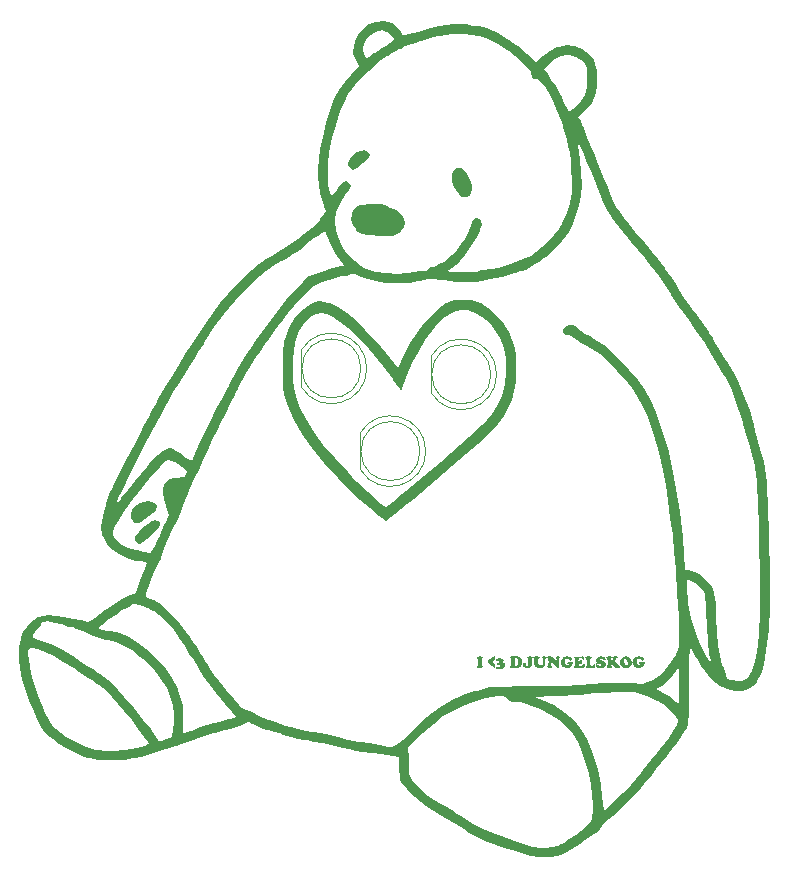
<source format=gbr>
%TF.GenerationSoftware,KiCad,Pcbnew,9.0.2*%
%TF.CreationDate,2025-05-24T17:19:21-04:00*%
%TF.ProjectId,DJUNGELSKOG Keychain,444a554e-4745-44c5-934b-4f47204b6579,rev?*%
%TF.SameCoordinates,Original*%
%TF.FileFunction,Legend,Top*%
%TF.FilePolarity,Positive*%
%FSLAX46Y46*%
G04 Gerber Fmt 4.6, Leading zero omitted, Abs format (unit mm)*
G04 Created by KiCad (PCBNEW 9.0.2) date 2025-05-24 17:19:21*
%MOMM*%
%LPD*%
G01*
G04 APERTURE LIST*
%ADD10C,0.100000*%
%ADD11C,0.120000*%
%ADD12C,0.000000*%
G04 APERTURE END LIST*
D10*
G36*
X146821667Y-118876475D02*
G01*
X146898415Y-118880013D01*
X146968885Y-118890275D01*
X147014800Y-118904375D01*
X147042851Y-118922660D01*
X147058248Y-118944493D01*
X147063407Y-118971120D01*
X147060762Y-118990018D01*
X147053820Y-119002199D01*
X147040286Y-119012782D01*
X147006254Y-119031936D01*
X146989423Y-119044941D01*
X146975840Y-119066629D01*
X146965954Y-119100202D01*
X146959247Y-119165850D01*
X146956123Y-119308175D01*
X146960536Y-119546086D01*
X146969068Y-119632468D01*
X146975278Y-119650233D01*
X146983356Y-119662205D01*
X147017184Y-119684675D01*
X147044004Y-119701938D01*
X147058577Y-119722080D01*
X147063407Y-119746163D01*
X147058780Y-119770608D01*
X147044898Y-119791178D01*
X147019652Y-119808966D01*
X146978593Y-119823588D01*
X146883043Y-119839613D01*
X146757431Y-119845631D01*
X146656873Y-119839889D01*
X146594146Y-119825788D01*
X146557716Y-119806906D01*
X146538859Y-119784831D01*
X146532789Y-119758558D01*
X146536980Y-119739385D01*
X146550668Y-119719918D01*
X146577424Y-119699207D01*
X146603666Y-119675088D01*
X146616076Y-119644253D01*
X146624861Y-119544505D01*
X146629082Y-119312327D01*
X146623252Y-119152405D01*
X146611435Y-119087807D01*
X146596599Y-119062787D01*
X146566495Y-119037981D01*
X146528271Y-119006535D01*
X146521032Y-118992428D01*
X146518440Y-118973867D01*
X146525472Y-118946764D01*
X146547383Y-118925385D01*
X146582222Y-118910105D01*
X146648438Y-118893695D01*
X146734513Y-118880784D01*
X146821667Y-118876475D01*
G37*
G36*
X148084403Y-118871163D02*
G01*
X148084403Y-119181168D01*
X147802669Y-119352749D01*
X148083060Y-119523780D01*
X148084403Y-119831465D01*
X147474590Y-119480061D01*
X147474590Y-119223178D01*
X148084403Y-118871163D01*
G37*
G36*
X148488930Y-119040607D02*
G01*
X148576506Y-119046239D01*
X148654421Y-119062427D01*
X148724075Y-119088478D01*
X148760899Y-119112256D01*
X148788738Y-119143250D01*
X148806722Y-119179843D01*
X148812613Y-119218538D01*
X148808179Y-119252926D01*
X148794656Y-119286284D01*
X148770883Y-119319496D01*
X148734699Y-119353115D01*
X148717411Y-119369921D01*
X148713572Y-119379127D01*
X148720881Y-119392808D01*
X148750942Y-119404101D01*
X148811326Y-119420969D01*
X148857252Y-119444880D01*
X148891566Y-119475212D01*
X148916096Y-119512383D01*
X148931450Y-119557796D01*
X148936933Y-119613661D01*
X148932271Y-119666810D01*
X148918394Y-119717349D01*
X148895027Y-119766050D01*
X148861339Y-119813513D01*
X148823270Y-119852521D01*
X148776365Y-119886934D01*
X148719365Y-119916731D01*
X148650680Y-119941557D01*
X148583402Y-119957446D01*
X148510344Y-119967290D01*
X148430861Y-119970683D01*
X148337708Y-119965958D01*
X148257905Y-119952660D01*
X148189610Y-119931849D01*
X148151278Y-119910757D01*
X148131307Y-119886717D01*
X148124886Y-119858637D01*
X148130406Y-119830915D01*
X148146990Y-119807896D01*
X148171309Y-119792424D01*
X148200601Y-119787196D01*
X148293292Y-119804354D01*
X148320300Y-119808690D01*
X148363206Y-119810460D01*
X148416250Y-119805837D01*
X148458605Y-119793052D01*
X148492472Y-119773030D01*
X148521586Y-119743699D01*
X148537713Y-119713605D01*
X148542969Y-119681622D01*
X148538621Y-119651534D01*
X148525871Y-119625681D01*
X148503951Y-119602915D01*
X148476469Y-119586228D01*
X148443452Y-119575789D01*
X148403506Y-119572079D01*
X148365557Y-119574411D01*
X148334385Y-119580872D01*
X148307213Y-119586428D01*
X148290318Y-119579113D01*
X148269050Y-119549303D01*
X148254501Y-119511877D01*
X148249938Y-119477252D01*
X148252584Y-119461839D01*
X148259342Y-119453499D01*
X148316861Y-119430724D01*
X148357486Y-119410681D01*
X148398743Y-119376196D01*
X148421224Y-119343830D01*
X148428236Y-119310800D01*
X148420832Y-119275352D01*
X148398072Y-119244488D01*
X148365005Y-119223515D01*
X148325654Y-119216461D01*
X148282117Y-119222506D01*
X148215867Y-119254441D01*
X148192419Y-119262196D01*
X148176029Y-119256850D01*
X148158469Y-119237650D01*
X148146525Y-119212205D01*
X148142655Y-119186175D01*
X148149873Y-119158956D01*
X148174590Y-119130154D01*
X148225758Y-119098126D01*
X148280344Y-119075570D01*
X148349467Y-119056543D01*
X148421320Y-119044495D01*
X148488930Y-119040607D01*
G37*
G36*
X150001250Y-118881144D02*
G01*
X150082482Y-118893676D01*
X150144469Y-118912196D01*
X150208874Y-118943964D01*
X150263803Y-118984260D01*
X150310328Y-119033433D01*
X150349023Y-119092386D01*
X150374997Y-119148743D01*
X150394072Y-119211128D01*
X150405954Y-119280393D01*
X150410083Y-119357512D01*
X150404481Y-119434787D01*
X150387430Y-119513094D01*
X150360236Y-119587194D01*
X150326369Y-119648100D01*
X150282929Y-119701414D01*
X150232357Y-119745910D01*
X150173988Y-119782174D01*
X150106795Y-119810338D01*
X150022563Y-119830823D01*
X149931245Y-119837815D01*
X149848569Y-119834945D01*
X149777555Y-119832869D01*
X149632109Y-119830000D01*
X149582955Y-119830000D01*
X149486784Y-119834701D01*
X149440134Y-119837815D01*
X149396824Y-119832057D01*
X149364357Y-119816139D01*
X149347886Y-119799893D01*
X149338318Y-119781200D01*
X149335048Y-119759169D01*
X149338544Y-119736512D01*
X149348115Y-119720640D01*
X149363981Y-119708844D01*
X149390491Y-119698414D01*
X149413770Y-119689047D01*
X149426273Y-119676859D01*
X149433683Y-119658102D01*
X149440928Y-119617875D01*
X149450819Y-119418145D01*
X149455277Y-119123161D01*
X149453211Y-119083960D01*
X149777494Y-119083960D01*
X149777494Y-119615493D01*
X149782608Y-119653886D01*
X149795324Y-119675638D01*
X149817224Y-119688188D01*
X149855469Y-119693224D01*
X149905944Y-119687522D01*
X149947282Y-119671392D01*
X149981577Y-119645064D01*
X150009923Y-119607146D01*
X150032249Y-119554817D01*
X150047341Y-119484126D01*
X150053000Y-119390240D01*
X150046912Y-119278459D01*
X150030674Y-119193567D01*
X150006716Y-119130122D01*
X149976757Y-119085587D01*
X149939241Y-119054671D01*
X149892859Y-119035651D01*
X149834952Y-119028883D01*
X149806026Y-119032509D01*
X149790195Y-119041339D01*
X149781138Y-119056726D01*
X149777494Y-119083960D01*
X149453211Y-119083960D01*
X149452522Y-119070897D01*
X149446667Y-119047506D01*
X149433555Y-119031717D01*
X149406001Y-119017465D01*
X149378172Y-119001585D01*
X149362810Y-118981118D01*
X149357580Y-118954694D01*
X149361206Y-118933479D01*
X149371888Y-118915847D01*
X149390736Y-118900839D01*
X149427713Y-118886921D01*
X149482510Y-118881543D01*
X149527634Y-118882215D01*
X149610921Y-118884291D01*
X149831472Y-118877880D01*
X149896441Y-118876475D01*
X150001250Y-118881144D01*
G37*
G36*
X151032964Y-118876475D02*
G01*
X151109863Y-118879869D01*
X151189035Y-118890214D01*
X151249150Y-118904737D01*
X151282946Y-118920867D01*
X151298972Y-118935760D01*
X151308344Y-118953527D01*
X151311584Y-118975150D01*
X151308720Y-118995408D01*
X151300959Y-119009588D01*
X151286812Y-119021570D01*
X151255896Y-119039263D01*
X151224020Y-119062658D01*
X151211383Y-119086707D01*
X151207087Y-119132461D01*
X151200942Y-119301702D01*
X151197156Y-119519872D01*
X151188607Y-119590764D01*
X151169915Y-119655341D01*
X151142964Y-119707319D01*
X151108129Y-119748850D01*
X151073142Y-119777138D01*
X151031124Y-119801798D01*
X150981062Y-119822672D01*
X150901900Y-119842751D01*
X150817786Y-119849539D01*
X150741955Y-119844622D01*
X150665256Y-119829694D01*
X150592388Y-119805390D01*
X150532571Y-119774740D01*
X150490617Y-119740821D01*
X150458077Y-119696460D01*
X150437404Y-119645417D01*
X150430539Y-119591252D01*
X150435594Y-119546933D01*
X150450122Y-119509271D01*
X150474136Y-119476763D01*
X150505611Y-119451590D01*
X150541585Y-119436575D01*
X150583496Y-119431395D01*
X150624935Y-119435761D01*
X150660956Y-119448371D01*
X150692733Y-119469192D01*
X150718076Y-119497372D01*
X150732803Y-119528670D01*
X150737796Y-119564324D01*
X150729492Y-119612257D01*
X150728210Y-119626789D01*
X150732019Y-119645714D01*
X150743292Y-119660617D01*
X150760351Y-119670219D01*
X150783653Y-119673684D01*
X150811361Y-119669256D01*
X150835061Y-119656169D01*
X150855887Y-119633262D01*
X150870609Y-119605023D01*
X150880066Y-119569936D01*
X150883487Y-119526345D01*
X150882815Y-119464002D01*
X150881411Y-119296268D01*
X150872191Y-119116871D01*
X150866680Y-119091890D01*
X150857170Y-119073396D01*
X150839645Y-119056116D01*
X150797575Y-119043354D01*
X150781970Y-119036760D01*
X150768387Y-119023449D01*
X150759342Y-119006409D01*
X150756420Y-118988705D01*
X150759779Y-118964837D01*
X150769495Y-118944960D01*
X150785973Y-118928072D01*
X150820980Y-118909049D01*
X150881594Y-118891618D01*
X150955728Y-118880299D01*
X151032964Y-118876475D01*
G37*
G36*
X152351081Y-119235329D02*
G01*
X152351081Y-119402819D01*
X152347807Y-119505615D01*
X152339570Y-119574560D01*
X152328428Y-119618302D01*
X152305060Y-119667593D01*
X152272959Y-119711205D01*
X152231388Y-119749792D01*
X152179038Y-119783581D01*
X152114105Y-119812353D01*
X152046459Y-119832570D01*
X151971452Y-119845164D01*
X151888058Y-119849539D01*
X151798491Y-119844772D01*
X151719791Y-119831187D01*
X151650549Y-119809615D01*
X151589535Y-119780542D01*
X151535737Y-119744087D01*
X151496220Y-119706754D01*
X151466759Y-119666840D01*
X151446284Y-119623920D01*
X151433664Y-119577418D01*
X151424889Y-119513215D01*
X151421554Y-119426816D01*
X151424973Y-119262074D01*
X151427049Y-119155034D01*
X151424449Y-119102831D01*
X151418684Y-119076938D01*
X151406271Y-119057125D01*
X151382109Y-119036577D01*
X151355006Y-119013961D01*
X151340696Y-118991773D01*
X151336191Y-118969043D01*
X151341841Y-118943444D01*
X151359577Y-118920317D01*
X151385876Y-118902992D01*
X151421127Y-118891618D01*
X151499853Y-118880558D01*
X151599118Y-118876475D01*
X151707278Y-118881250D01*
X151786697Y-118893756D01*
X151821685Y-118906087D01*
X151843987Y-118922858D01*
X151856846Y-118943948D01*
X151861313Y-118970814D01*
X151855766Y-118997844D01*
X151839453Y-119018503D01*
X151797993Y-119040118D01*
X151780511Y-119053038D01*
X151769234Y-119074373D01*
X151763920Y-119103449D01*
X151761601Y-119157538D01*
X151756106Y-119416741D01*
X151759219Y-119475353D01*
X151771241Y-119523478D01*
X151791192Y-119563154D01*
X151818998Y-119595893D01*
X151857745Y-119623486D01*
X151903558Y-119640390D01*
X151958400Y-119646329D01*
X152010752Y-119641163D01*
X152056585Y-119626240D01*
X152095911Y-119601923D01*
X152123447Y-119571346D01*
X152138779Y-119543374D01*
X152148482Y-119512056D01*
X152153326Y-119476246D01*
X152155259Y-119422236D01*
X152155259Y-119270622D01*
X152150062Y-119113453D01*
X152145429Y-119067046D01*
X152132341Y-119041690D01*
X152102442Y-119020823D01*
X152069881Y-119004056D01*
X152053166Y-118991331D01*
X152043183Y-118976258D01*
X152039794Y-118957686D01*
X152045009Y-118932482D01*
X152060622Y-118912231D01*
X152089436Y-118895771D01*
X152146536Y-118882237D01*
X152247400Y-118876475D01*
X152346275Y-118882121D01*
X152401884Y-118895343D01*
X152429890Y-118911426D01*
X152445096Y-118931253D01*
X152450183Y-118955976D01*
X152447783Y-118974865D01*
X152441634Y-118986629D01*
X152397976Y-119016732D01*
X152368617Y-119039248D01*
X152357431Y-119060085D01*
X152354062Y-119098181D01*
X152351081Y-119235329D01*
G37*
G36*
X152871685Y-118924347D02*
G01*
X153211854Y-119224766D01*
X153257293Y-119258460D01*
X153279570Y-119265921D01*
X153296030Y-119259860D01*
X153307843Y-119239026D01*
X153313154Y-119191793D01*
X153309984Y-119112204D01*
X153303079Y-119074190D01*
X153287736Y-119047226D01*
X153260947Y-119027601D01*
X153236667Y-119012887D01*
X153222601Y-118999024D01*
X153214349Y-118982160D01*
X153211366Y-118959701D01*
X153215993Y-118933579D01*
X153229493Y-118912778D01*
X153253362Y-118895955D01*
X153291477Y-118883436D01*
X153329743Y-118878616D01*
X153403890Y-118876475D01*
X153499467Y-118880323D01*
X153547260Y-118888871D01*
X153584519Y-118907082D01*
X153604677Y-118931423D01*
X153611496Y-118963487D01*
X153606003Y-118990803D01*
X153589481Y-119013394D01*
X153559106Y-119032486D01*
X153531629Y-119047934D01*
X153519112Y-119067840D01*
X153506428Y-119122869D01*
X153500122Y-119238627D01*
X153500122Y-119462231D01*
X153500793Y-119602854D01*
X153496780Y-119715497D01*
X153486383Y-119777670D01*
X153468662Y-119817951D01*
X153446069Y-119838824D01*
X153417568Y-119845631D01*
X153396908Y-119843282D01*
X153380137Y-119836655D01*
X153328846Y-119795683D01*
X152923770Y-119430662D01*
X152882225Y-119400545D01*
X152854710Y-119392866D01*
X152840433Y-119397402D01*
X152828481Y-119412667D01*
X152819043Y-119445498D01*
X152814959Y-119506866D01*
X152818240Y-119594584D01*
X152825401Y-119636681D01*
X152841250Y-119666593D01*
X152867838Y-119687240D01*
X152895366Y-119705734D01*
X152909969Y-119725720D01*
X152914672Y-119748117D01*
X152908423Y-119779112D01*
X152889728Y-119804152D01*
X152855270Y-119824702D01*
X152798055Y-119839635D01*
X152708469Y-119845631D01*
X152646721Y-119842384D01*
X152599592Y-119833709D01*
X152564183Y-119820901D01*
X152534258Y-119800914D01*
X152517937Y-119777787D01*
X152512526Y-119750315D01*
X152515288Y-119728279D01*
X152522418Y-119714228D01*
X152535806Y-119701963D01*
X152566076Y-119682049D01*
X152583535Y-119667119D01*
X152596269Y-119645592D01*
X152604056Y-119615493D01*
X152612296Y-119517291D01*
X152615657Y-119361053D01*
X152609524Y-119196165D01*
X152595202Y-119103438D01*
X152586182Y-119076639D01*
X152576456Y-119060268D01*
X152562605Y-119047332D01*
X152538904Y-119033279D01*
X152510800Y-119016949D01*
X152495429Y-119003176D01*
X152486306Y-118986945D01*
X152483155Y-118966967D01*
X152489119Y-118938736D01*
X152507178Y-118915582D01*
X152540925Y-118896264D01*
X152597522Y-118881971D01*
X152643158Y-118878165D01*
X152731734Y-118876475D01*
X152782953Y-118879085D01*
X152811967Y-118885207D01*
X152837396Y-118897945D01*
X152871685Y-118924347D01*
G37*
G36*
X154173804Y-118876475D02*
G01*
X154261828Y-118882757D01*
X154343126Y-118901144D01*
X154391058Y-118912623D01*
X154407685Y-118909832D01*
X154447723Y-118897053D01*
X154477826Y-118892107D01*
X154501956Y-118896597D01*
X154526479Y-118910961D01*
X154552442Y-118938086D01*
X154584137Y-118989197D01*
X154602670Y-119042254D01*
X154608862Y-119098431D01*
X154605213Y-119137154D01*
X154594974Y-119168898D01*
X154578637Y-119195090D01*
X154556316Y-119215670D01*
X154530175Y-119227870D01*
X154498953Y-119232093D01*
X154460003Y-119225355D01*
X154419940Y-119203883D01*
X154362848Y-119141235D01*
X154322288Y-119100755D01*
X154280726Y-119073504D01*
X154237503Y-119057630D01*
X154191573Y-119052330D01*
X154148835Y-119056488D01*
X154112048Y-119068408D01*
X154080010Y-119087859D01*
X154051927Y-119115406D01*
X154024187Y-119160122D01*
X154006566Y-119215894D01*
X154000209Y-119285643D01*
X154005729Y-119364793D01*
X154021665Y-119435639D01*
X154047480Y-119499462D01*
X154083190Y-119557302D01*
X154117455Y-119593886D01*
X154157562Y-119622088D01*
X154201546Y-119640500D01*
X154243475Y-119646329D01*
X154275423Y-119640507D01*
X154300505Y-119623553D01*
X154317053Y-119597964D01*
X154322793Y-119564996D01*
X154317784Y-119537151D01*
X154304474Y-119520544D01*
X154291163Y-119514438D01*
X154252390Y-119513461D01*
X154224440Y-119508547D01*
X154202137Y-119494227D01*
X154187191Y-119472627D01*
X154182109Y-119445561D01*
X154186477Y-119419857D01*
X154199415Y-119398170D01*
X154222331Y-119379369D01*
X154258557Y-119363496D01*
X154345164Y-119344449D01*
X154449799Y-119337606D01*
X154560639Y-119344139D01*
X154644338Y-119361542D01*
X154679780Y-119377126D01*
X154702558Y-119396379D01*
X154715673Y-119419361D01*
X154720176Y-119447393D01*
X154715791Y-119471024D01*
X154702590Y-119491357D01*
X154682683Y-119506024D01*
X154656978Y-119513461D01*
X154636156Y-119518259D01*
X154626997Y-119523597D01*
X154621113Y-119533273D01*
X154612892Y-119558157D01*
X154586802Y-119627818D01*
X154548571Y-119688801D01*
X154497487Y-119742316D01*
X154456284Y-119772971D01*
X154409057Y-119799298D01*
X154355094Y-119821207D01*
X154270071Y-119842383D01*
X154179911Y-119849539D01*
X154105512Y-119845107D01*
X154035199Y-119832044D01*
X153968344Y-119810501D01*
X153904405Y-119780357D01*
X153843233Y-119741142D01*
X153790582Y-119695429D01*
X153745717Y-119642917D01*
X153708217Y-119583009D01*
X153677025Y-119510911D01*
X153658308Y-119435194D01*
X153651980Y-119354825D01*
X153659368Y-119273923D01*
X153681537Y-119195733D01*
X153719207Y-119119070D01*
X153758393Y-119062573D01*
X153804381Y-119013201D01*
X153857601Y-118970440D01*
X153918754Y-118934056D01*
X153995200Y-118902566D01*
X154079712Y-118883179D01*
X154173804Y-118876475D01*
G37*
G36*
X154892855Y-118896015D02*
G01*
X155243954Y-118896015D01*
X155399171Y-118891496D01*
X155447303Y-118884554D01*
X155494120Y-118872934D01*
X155517201Y-118868660D01*
X155539669Y-118872716D01*
X155560874Y-118885303D01*
X155581681Y-118908471D01*
X155606507Y-118952931D01*
X155621782Y-119003758D01*
X155627110Y-119062466D01*
X155621866Y-119105039D01*
X155607815Y-119135006D01*
X155585036Y-119155021D01*
X155554815Y-119161751D01*
X155533306Y-119159109D01*
X155518545Y-119152103D01*
X155505359Y-119138935D01*
X155484167Y-119109544D01*
X155462016Y-119081753D01*
X155437035Y-119061630D01*
X155408818Y-119048239D01*
X155355781Y-119037465D01*
X155258365Y-119032791D01*
X155206921Y-119036893D01*
X155178416Y-119046569D01*
X155164331Y-119059413D01*
X155157714Y-119075341D01*
X155154012Y-119098370D01*
X155152363Y-119225071D01*
X155156461Y-119259809D01*
X155165308Y-119273675D01*
X155183917Y-119279767D01*
X155235772Y-119282896D01*
X155261131Y-119279611D01*
X155276072Y-119271355D01*
X155285616Y-119256679D01*
X155291887Y-119229345D01*
X155301962Y-119173902D01*
X155309270Y-119159841D01*
X155321257Y-119147280D01*
X155337376Y-119137623D01*
X155356001Y-119134396D01*
X155382305Y-119140986D01*
X155405460Y-119161995D01*
X155417659Y-119186550D01*
X155429945Y-119233070D01*
X155437417Y-119284491D01*
X155439959Y-119338888D01*
X155435749Y-119411057D01*
X155424140Y-119469877D01*
X155406315Y-119517613D01*
X155390897Y-119539740D01*
X155372012Y-119552198D01*
X155348490Y-119556448D01*
X155327019Y-119552962D01*
X155314968Y-119544052D01*
X155307602Y-119528212D01*
X155300802Y-119494105D01*
X155291154Y-119460769D01*
X155274016Y-119438517D01*
X155248822Y-119424764D01*
X155212569Y-119419672D01*
X155186719Y-119424776D01*
X155172025Y-119438417D01*
X155164581Y-119461441D01*
X155161217Y-119509064D01*
X155165614Y-119591680D01*
X155174834Y-119658480D01*
X155184795Y-119674286D01*
X155207623Y-119685591D01*
X155240118Y-119690895D01*
X155301352Y-119693224D01*
X155369533Y-119689720D01*
X155419303Y-119680547D01*
X155454736Y-119667334D01*
X155485677Y-119646468D01*
X155513623Y-119615831D01*
X155538695Y-119573361D01*
X155558818Y-119537471D01*
X155573804Y-119519628D01*
X155591518Y-119509307D01*
X155614959Y-119505645D01*
X155641788Y-119511888D01*
X155663869Y-119531107D01*
X155678124Y-119558951D01*
X155683164Y-119594488D01*
X155678467Y-119637510D01*
X155661854Y-119696948D01*
X155637772Y-119755822D01*
X155609769Y-119806064D01*
X155583208Y-119837510D01*
X155571495Y-119843495D01*
X155556219Y-119845631D01*
X155518239Y-119841113D01*
X155470959Y-119834263D01*
X155401796Y-119830000D01*
X154822513Y-119830000D01*
X154789751Y-119825690D01*
X154767254Y-119814185D01*
X154752588Y-119795442D01*
X154747470Y-119769427D01*
X154749896Y-119750772D01*
X154756018Y-119739691D01*
X154767654Y-119730656D01*
X154794364Y-119716549D01*
X154812448Y-119706452D01*
X154824040Y-119695300D01*
X154832113Y-119680829D01*
X154839061Y-119657930D01*
X154855155Y-119546375D01*
X154861531Y-119381081D01*
X154856235Y-119200946D01*
X154843896Y-119099855D01*
X154828925Y-119050071D01*
X154814453Y-119031753D01*
X154780992Y-119019113D01*
X154758229Y-119007524D01*
X154745248Y-118990223D01*
X154740631Y-118965441D01*
X154743990Y-118944159D01*
X154754003Y-118925446D01*
X154769449Y-118910870D01*
X154789235Y-118902182D01*
X154822291Y-118897966D01*
X154892855Y-118896015D01*
G37*
G36*
X156159865Y-119191610D02*
G01*
X156159865Y-119506195D01*
X156162724Y-119578208D01*
X156169497Y-119620178D01*
X156178000Y-119642177D01*
X156195896Y-119660417D01*
X156225294Y-119672747D01*
X156271301Y-119677592D01*
X156321789Y-119673411D01*
X156361641Y-119661932D01*
X156393056Y-119644131D01*
X156418758Y-119618903D01*
X156439573Y-119584719D01*
X156455216Y-119539473D01*
X156466129Y-119512939D01*
X156481893Y-119498742D01*
X156503576Y-119493921D01*
X156526719Y-119497564D01*
X156546600Y-119508330D01*
X156564148Y-119527138D01*
X156581246Y-119563723D01*
X156587473Y-119612868D01*
X156581125Y-119668229D01*
X156560941Y-119728499D01*
X156524337Y-119795256D01*
X156503950Y-119823250D01*
X156488860Y-119837937D01*
X156472135Y-119846541D01*
X156451491Y-119849539D01*
X156299877Y-119830000D01*
X155822505Y-119830000D01*
X155778573Y-119826603D01*
X155755277Y-119818764D01*
X155738980Y-119805869D01*
X155729545Y-119789891D01*
X155726273Y-119769794D01*
X155728923Y-119751604D01*
X155735860Y-119740118D01*
X155781350Y-119713129D01*
X155813339Y-119690646D01*
X155830259Y-119662205D01*
X155835938Y-119621483D01*
X155838991Y-119498928D01*
X155835572Y-119317273D01*
X155831481Y-119145814D01*
X155828874Y-119095724D01*
X155823176Y-119071748D01*
X155810945Y-119055336D01*
X155788433Y-119043415D01*
X155747349Y-119027330D01*
X155730425Y-119017770D01*
X155713144Y-118998150D01*
X155707833Y-118977165D01*
X155712186Y-118955029D01*
X155725630Y-118935086D01*
X155750658Y-118916426D01*
X155791852Y-118899251D01*
X155839591Y-118887440D01*
X155901628Y-118879446D01*
X155980957Y-118876475D01*
X156105337Y-118880522D01*
X156179527Y-118890214D01*
X156221320Y-118903881D01*
X156246941Y-118921156D01*
X156261030Y-118941542D01*
X156265744Y-118966174D01*
X156262524Y-118987429D01*
X156254021Y-119000978D01*
X156237890Y-119012156D01*
X156198333Y-119030959D01*
X156177895Y-119046240D01*
X156166521Y-119069794D01*
X156162048Y-119105481D01*
X156159865Y-119191610D01*
G37*
G36*
X157026195Y-118876475D02*
G01*
X157101412Y-118884052D01*
X157211209Y-118911463D01*
X157232519Y-118915493D01*
X157272819Y-118903281D01*
X157296693Y-118899068D01*
X157324878Y-118905511D01*
X157356897Y-118927571D01*
X157394879Y-118972280D01*
X157424648Y-119022922D01*
X157441058Y-119069015D01*
X157446231Y-119111803D01*
X157440238Y-119148181D01*
X157422784Y-119177810D01*
X157396606Y-119198105D01*
X157365692Y-119204738D01*
X157339581Y-119201743D01*
X157320385Y-119193625D01*
X157244792Y-119128351D01*
X157187269Y-119083894D01*
X157134608Y-119059858D01*
X157084935Y-119052330D01*
X157050141Y-119057110D01*
X157025095Y-119070160D01*
X157008448Y-119090661D01*
X157002869Y-119116810D01*
X157007998Y-119141068D01*
X157024084Y-119163208D01*
X157054679Y-119184237D01*
X157106001Y-119203761D01*
X157234620Y-119243900D01*
X157287290Y-119264394D01*
X157353862Y-119304272D01*
X157402310Y-119348729D01*
X157435687Y-119397951D01*
X157455710Y-119452967D01*
X157462595Y-119515537D01*
X157457714Y-119572528D01*
X157443494Y-119624038D01*
X157420078Y-119671125D01*
X157386950Y-119714573D01*
X157342978Y-119754834D01*
X157280017Y-119794860D01*
X157207134Y-119824369D01*
X157122558Y-119842972D01*
X157024118Y-119849539D01*
X156935563Y-119844499D01*
X156839227Y-119828717D01*
X156749470Y-119803962D01*
X156698543Y-119779808D01*
X156679491Y-119762302D01*
X156659544Y-119732009D01*
X156638764Y-119684064D01*
X156618750Y-119610378D01*
X156612325Y-119540633D01*
X156616247Y-119509349D01*
X156626430Y-119489098D01*
X156646536Y-119472114D01*
X156671004Y-119466566D01*
X156696195Y-119472717D01*
X156722234Y-119493250D01*
X156790134Y-119587711D01*
X156820955Y-119620383D01*
X156869574Y-119649199D01*
X156925269Y-119667601D01*
X156982475Y-119673684D01*
X157029419Y-119668728D01*
X157063197Y-119655488D01*
X157086732Y-119634050D01*
X157093911Y-119609204D01*
X157088141Y-119585244D01*
X157069792Y-119563775D01*
X157041211Y-119546639D01*
X156990779Y-119527749D01*
X156899173Y-119497851D01*
X156841486Y-119473405D01*
X156791960Y-119444475D01*
X156745498Y-119408620D01*
X156696162Y-119356623D01*
X156662823Y-119303508D01*
X156643366Y-119248451D01*
X156636871Y-119190205D01*
X156643814Y-119130931D01*
X156665020Y-119072419D01*
X156698899Y-119019125D01*
X156744888Y-118973073D01*
X156804956Y-118931222D01*
X156871047Y-118901240D01*
X156944303Y-118882837D01*
X157026195Y-118876475D01*
G37*
G36*
X158316102Y-119079380D02*
G01*
X158243012Y-119150882D01*
X158219076Y-119178099D01*
X158206918Y-119200661D01*
X158203323Y-119219942D01*
X158205505Y-119236442D01*
X158212360Y-119253647D01*
X158246554Y-119300054D01*
X158502032Y-119598457D01*
X158548866Y-119648100D01*
X158587456Y-119669959D01*
X158621035Y-119687824D01*
X158640457Y-119705252D01*
X158652044Y-119726957D01*
X158656210Y-119755994D01*
X158650131Y-119787313D01*
X158632868Y-119809313D01*
X158602061Y-119824107D01*
X158551125Y-119830000D01*
X158292227Y-119830000D01*
X158266917Y-119826767D01*
X158249180Y-119818093D01*
X158232116Y-119801230D01*
X158199781Y-119759902D01*
X158141151Y-119684885D01*
X158059159Y-119591374D01*
X158006036Y-119537946D01*
X157990859Y-119528285D01*
X157978681Y-119525551D01*
X157959730Y-119531907D01*
X157946708Y-119552811D01*
X157941006Y-119598579D01*
X157944465Y-119638271D01*
X157953331Y-119664829D01*
X157966224Y-119681988D01*
X157987962Y-119697070D01*
X158009683Y-119715793D01*
X158021724Y-119736054D01*
X158025697Y-119758742D01*
X158019512Y-119785954D01*
X158000642Y-119807915D01*
X157964759Y-119825725D01*
X157893630Y-119839586D01*
X157761427Y-119845631D01*
X157643370Y-119841100D01*
X157576535Y-119830488D01*
X157553494Y-119820396D01*
X157535502Y-119804720D01*
X157523643Y-119784743D01*
X157519748Y-119762650D01*
X157524027Y-119739795D01*
X157537248Y-119718725D01*
X157561636Y-119698536D01*
X157577518Y-119685428D01*
X157587281Y-119672096D01*
X157601753Y-119622943D01*
X157611334Y-119535017D01*
X157615369Y-119384378D01*
X157610990Y-119206339D01*
X157601020Y-119112170D01*
X157594042Y-119082219D01*
X157586366Y-119065580D01*
X157574501Y-119052541D01*
X157553515Y-119038042D01*
X157531148Y-119020438D01*
X157518524Y-118999863D01*
X157514253Y-118975211D01*
X157520460Y-118944534D01*
X157538677Y-118921050D01*
X157567621Y-118904257D01*
X157616285Y-118890275D01*
X157690549Y-118880289D01*
X157791530Y-118876475D01*
X157892027Y-118882556D01*
X157951386Y-118897114D01*
X157978256Y-118914046D01*
X157993669Y-118936846D01*
X157999075Y-118967395D01*
X157997003Y-118987017D01*
X157991625Y-119000184D01*
X157954012Y-119035966D01*
X157945165Y-119048996D01*
X157934412Y-119080968D01*
X157927553Y-119116794D01*
X157925314Y-119151493D01*
X157929166Y-119187062D01*
X157937661Y-119202561D01*
X157949310Y-119206997D01*
X157963546Y-119203890D01*
X157978558Y-119193625D01*
X158037299Y-119125359D01*
X158079259Y-119065294D01*
X158088101Y-119039263D01*
X158085575Y-119026280D01*
X158075340Y-119003237D01*
X158068350Y-118985738D01*
X158066242Y-118970814D01*
X158072271Y-118939890D01*
X158089905Y-118916054D01*
X158121685Y-118897663D01*
X158159937Y-118887226D01*
X158219989Y-118879531D01*
X158309324Y-118876475D01*
X158407949Y-118880548D01*
X158465579Y-118890214D01*
X158502241Y-118907194D01*
X158522303Y-118931325D01*
X158529204Y-118964464D01*
X158525901Y-118985983D01*
X158515832Y-119006229D01*
X158500618Y-119022322D01*
X158482676Y-119031203D01*
X158463514Y-119034554D01*
X158415936Y-119036699D01*
X158382434Y-119039357D01*
X158362325Y-119044637D01*
X158344056Y-119055321D01*
X158316102Y-119079380D01*
G37*
G36*
X159268852Y-118883002D02*
G01*
X159348328Y-118902052D01*
X159421705Y-118933333D01*
X159489994Y-118977226D01*
X159544980Y-119027197D01*
X159593136Y-119086686D01*
X159634647Y-119156744D01*
X159665213Y-119231266D01*
X159682981Y-119304054D01*
X159688808Y-119375952D01*
X159682092Y-119454883D01*
X159662254Y-119528668D01*
X159629148Y-119598489D01*
X159581830Y-119665258D01*
X159533646Y-119715074D01*
X159478635Y-119757454D01*
X159416130Y-119792695D01*
X159345219Y-119820779D01*
X159254834Y-119842419D01*
X159164968Y-119849539D01*
X159086937Y-119844044D01*
X159011549Y-119827657D01*
X158938066Y-119800202D01*
X158875610Y-119766272D01*
X158821056Y-119725166D01*
X158773656Y-119676614D01*
X158732964Y-119620012D01*
X158701437Y-119560229D01*
X158679034Y-119497868D01*
X158665498Y-119432354D01*
X158660912Y-119363007D01*
X158666877Y-119282675D01*
X158681885Y-119219026D01*
X159002302Y-119219026D01*
X159009484Y-119297782D01*
X159033627Y-119396102D01*
X159069758Y-119492649D01*
X159112639Y-119574583D01*
X159136239Y-119604352D01*
X159164235Y-119626912D01*
X159195660Y-119641642D01*
X159226456Y-119646329D01*
X159258652Y-119641986D01*
X159285616Y-119629441D01*
X159308644Y-119608288D01*
X159325503Y-119581289D01*
X159336112Y-119548267D01*
X159339907Y-119507660D01*
X159333559Y-119424576D01*
X159313285Y-119330950D01*
X159281862Y-119240799D01*
X159244591Y-119169078D01*
X159216215Y-119131770D01*
X159185057Y-119104537D01*
X159150393Y-119086284D01*
X159117096Y-119079685D01*
X159082223Y-119085230D01*
X159053012Y-119101484D01*
X159027948Y-119129755D01*
X159008923Y-119170129D01*
X159002302Y-119219026D01*
X158681885Y-119219026D01*
X158684338Y-119208621D01*
X158713080Y-119139746D01*
X158753480Y-119075167D01*
X158797811Y-119023752D01*
X158849063Y-118979628D01*
X158907853Y-118942421D01*
X158975069Y-118912074D01*
X159038114Y-118892622D01*
X159106822Y-118880614D01*
X159182004Y-118876475D01*
X159268852Y-118883002D01*
G37*
G36*
X160246659Y-118876475D02*
G01*
X160334682Y-118882757D01*
X160415980Y-118901144D01*
X160463913Y-118912623D01*
X160480539Y-118909832D01*
X160520577Y-118897053D01*
X160550680Y-118892107D01*
X160574810Y-118896597D01*
X160599333Y-118910961D01*
X160625296Y-118938086D01*
X160656991Y-118989197D01*
X160675524Y-119042254D01*
X160681716Y-119098431D01*
X160678067Y-119137154D01*
X160667828Y-119168898D01*
X160651491Y-119195090D01*
X160629171Y-119215670D01*
X160603029Y-119227870D01*
X160571807Y-119232093D01*
X160532857Y-119225355D01*
X160492794Y-119203883D01*
X160435703Y-119141235D01*
X160395142Y-119100755D01*
X160353581Y-119073504D01*
X160310357Y-119057630D01*
X160264427Y-119052330D01*
X160221689Y-119056488D01*
X160184902Y-119068408D01*
X160152864Y-119087859D01*
X160124781Y-119115406D01*
X160097042Y-119160122D01*
X160079420Y-119215894D01*
X160073063Y-119285643D01*
X160078583Y-119364793D01*
X160094519Y-119435639D01*
X160120334Y-119499462D01*
X160156045Y-119557302D01*
X160190309Y-119593886D01*
X160230416Y-119622088D01*
X160274401Y-119640500D01*
X160316329Y-119646329D01*
X160348277Y-119640507D01*
X160373360Y-119623553D01*
X160389907Y-119597964D01*
X160395647Y-119564996D01*
X160390638Y-119537151D01*
X160377329Y-119520544D01*
X160364017Y-119514438D01*
X160325244Y-119513461D01*
X160297294Y-119508547D01*
X160274991Y-119494227D01*
X160260046Y-119472627D01*
X160254963Y-119445561D01*
X160259331Y-119419857D01*
X160272269Y-119398170D01*
X160295185Y-119379369D01*
X160331411Y-119363496D01*
X160418018Y-119344449D01*
X160522653Y-119337606D01*
X160633493Y-119344139D01*
X160717192Y-119361542D01*
X160752634Y-119377126D01*
X160775412Y-119396379D01*
X160788527Y-119419361D01*
X160793030Y-119447393D01*
X160788646Y-119471024D01*
X160775444Y-119491357D01*
X160755537Y-119506024D01*
X160729832Y-119513461D01*
X160709010Y-119518259D01*
X160699851Y-119523597D01*
X160693967Y-119533273D01*
X160685746Y-119558157D01*
X160659656Y-119627818D01*
X160621426Y-119688801D01*
X160570341Y-119742316D01*
X160529138Y-119772971D01*
X160481911Y-119799298D01*
X160427948Y-119821207D01*
X160342925Y-119842383D01*
X160252765Y-119849539D01*
X160178366Y-119845107D01*
X160108053Y-119832044D01*
X160041199Y-119810501D01*
X159977259Y-119780357D01*
X159916087Y-119741142D01*
X159863436Y-119695429D01*
X159818571Y-119642917D01*
X159781071Y-119583009D01*
X159749879Y-119510911D01*
X159731162Y-119435194D01*
X159724834Y-119354825D01*
X159732222Y-119273923D01*
X159754391Y-119195733D01*
X159792062Y-119119070D01*
X159831247Y-119062573D01*
X159877235Y-119013201D01*
X159930455Y-118970440D01*
X159991608Y-118934056D01*
X160068054Y-118902566D01*
X160152567Y-118883179D01*
X160246659Y-118876475D01*
G37*
D11*
%TO.C,D2*%
X141730000Y-101500000D02*
G75*
G02*
X136730000Y-101500000I-2500000J0D01*
G01*
X136730000Y-101500000D02*
G75*
G02*
X141730000Y-101500000I2500000J0D01*
G01*
X142220000Y-101500000D02*
G75*
G02*
X136670000Y-103044830I-2990000J0D01*
G01*
X136670000Y-99955170D02*
G75*
G02*
X142220000Y-101500000I2560000J-1544830D01*
G01*
X136670000Y-99955000D02*
X136670000Y-103045000D01*
%TO.C,D3*%
X136730000Y-94500000D02*
G75*
G02*
X131730000Y-94500000I-2500000J0D01*
G01*
X131730000Y-94500000D02*
G75*
G02*
X136730000Y-94500000I2500000J0D01*
G01*
X137220000Y-94500000D02*
G75*
G02*
X131670000Y-96044830I-2990000J0D01*
G01*
X131670000Y-92955170D02*
G75*
G02*
X137220000Y-94500000I2560000J-1544830D01*
G01*
X131670000Y-92955000D02*
X131670000Y-96045000D01*
%TO.C,D1*%
X147730000Y-95000000D02*
G75*
G02*
X142730000Y-95000000I-2500000J0D01*
G01*
X142730000Y-95000000D02*
G75*
G02*
X147730000Y-95000000I2500000J0D01*
G01*
X148220000Y-95000000D02*
G75*
G02*
X142670000Y-96544830I-2990000J0D01*
G01*
X142670000Y-93455170D02*
G75*
G02*
X148220000Y-95000000I2560000J-1544830D01*
G01*
X142670000Y-93455000D02*
X142670000Y-96545000D01*
D12*
%TO.C,G\u002A\u002A\u002A*%
G36*
X145844068Y-88669046D02*
G01*
X146137214Y-88696676D01*
X146387369Y-88760490D01*
X146661468Y-88875024D01*
X146858885Y-88970965D01*
X147488632Y-89361189D01*
X148101787Y-89882490D01*
X148655592Y-90490883D01*
X149107292Y-91142387D01*
X149274490Y-91455843D01*
X149557277Y-92116668D01*
X149749102Y-92748240D01*
X149859788Y-93403412D01*
X149899156Y-94135042D01*
X149888103Y-94757940D01*
X149823468Y-95654323D01*
X149696940Y-96450387D01*
X149494946Y-97173171D01*
X149203912Y-97849710D01*
X148810265Y-98507040D01*
X148300433Y-99172199D01*
X147660843Y-99872222D01*
X146991638Y-100527481D01*
X146621115Y-100870074D01*
X146166189Y-101279761D01*
X145641039Y-101744602D01*
X145059845Y-102252657D01*
X144436785Y-102791986D01*
X143786040Y-103350647D01*
X143121788Y-103916701D01*
X142458210Y-104478207D01*
X141809484Y-105023224D01*
X141189790Y-105539813D01*
X140613307Y-106016033D01*
X140094214Y-106439944D01*
X139646692Y-106799605D01*
X139284919Y-107083075D01*
X139023075Y-107278415D01*
X138875339Y-107373684D01*
X138852767Y-107381185D01*
X138751718Y-107329310D01*
X138554326Y-107192303D01*
X138300439Y-106998086D01*
X138260204Y-106965952D01*
X137491089Y-106325032D01*
X136668234Y-105598827D01*
X135849016Y-104839830D01*
X135090816Y-104100533D01*
X134770928Y-103773829D01*
X133606485Y-102496762D01*
X132608732Y-101259086D01*
X131773385Y-100054383D01*
X131096162Y-98876233D01*
X130572780Y-97718218D01*
X130386811Y-97203484D01*
X130304812Y-96951286D01*
X130242950Y-96732859D01*
X130198357Y-96517565D01*
X130168167Y-96274766D01*
X130149510Y-95973824D01*
X130139519Y-95584100D01*
X130135327Y-95074957D01*
X130134424Y-94633862D01*
X130979575Y-94633862D01*
X131011310Y-95431217D01*
X131091243Y-96167161D01*
X131220152Y-96795140D01*
X131234153Y-96844669D01*
X131584021Y-97813646D01*
X132082980Y-98820402D01*
X132734364Y-99869851D01*
X133541505Y-100966905D01*
X134507736Y-102116478D01*
X135613802Y-103300384D01*
X136002996Y-103691187D01*
X136430457Y-104107664D01*
X136876301Y-104531765D01*
X137320643Y-104945440D01*
X137743600Y-105330642D01*
X138125286Y-105669321D01*
X138445816Y-105943428D01*
X138685308Y-106134914D01*
X138823875Y-106225731D01*
X138842074Y-106230662D01*
X138923630Y-106176806D01*
X139122011Y-106025565D01*
X139417698Y-105792431D01*
X139791175Y-105492894D01*
X140222924Y-105142447D01*
X140533756Y-104887964D01*
X141560038Y-104039061D01*
X142545992Y-103212056D01*
X143480826Y-102416546D01*
X144353747Y-101662131D01*
X145153965Y-100958406D01*
X145870688Y-100314972D01*
X146493123Y-99741425D01*
X147010479Y-99247363D01*
X147411964Y-98842384D01*
X147686786Y-98536087D01*
X147714600Y-98501549D01*
X148247775Y-97693306D01*
X148638006Y-96795165D01*
X148888292Y-95798410D01*
X148998359Y-94769686D01*
X148977369Y-93717393D01*
X148809817Y-92763834D01*
X148495366Y-91907998D01*
X148033677Y-91148876D01*
X147630259Y-90682127D01*
X147011999Y-90143117D01*
X146393272Y-89776945D01*
X145777217Y-89584479D01*
X145166976Y-89566585D01*
X144565690Y-89724134D01*
X144412680Y-89793218D01*
X143859309Y-90144960D01*
X143292102Y-90656860D01*
X142721697Y-91313773D01*
X142158729Y-92100552D01*
X141613835Y-93002053D01*
X141097653Y-94003129D01*
X140620819Y-95088635D01*
X140526186Y-95327164D01*
X140378697Y-95703330D01*
X140255417Y-96013025D01*
X140169894Y-96222528D01*
X140136165Y-96297841D01*
X140079316Y-96239585D01*
X139938352Y-96063434D01*
X139732993Y-95794843D01*
X139482957Y-95459266D01*
X139416279Y-95368572D01*
X138608886Y-94304713D01*
X137816594Y-93333415D01*
X137047804Y-92462392D01*
X136310919Y-91699355D01*
X135614337Y-91052016D01*
X134966461Y-90528086D01*
X134375692Y-90135277D01*
X133850429Y-89881302D01*
X133399074Y-89773871D01*
X133318119Y-89770648D01*
X132947905Y-89850703D01*
X132554530Y-90073932D01*
X132164750Y-90413689D01*
X131805320Y-90843329D01*
X131502996Y-91336206D01*
X131319063Y-91761454D01*
X131165783Y-92338894D01*
X131057589Y-93041145D01*
X130995261Y-93821653D01*
X130979575Y-94633862D01*
X130134424Y-94633862D01*
X130134158Y-94504181D01*
X130135972Y-93816435D01*
X130144255Y-93276828D01*
X130160767Y-92856560D01*
X130187270Y-92526829D01*
X130225526Y-92258835D01*
X130277296Y-92023776D01*
X130288419Y-91981881D01*
X130602475Y-91108164D01*
X131034812Y-90349356D01*
X131576991Y-89716513D01*
X132220573Y-89220690D01*
X132523524Y-89053775D01*
X132845735Y-88905314D01*
X133084782Y-88831247D01*
X133310465Y-88816899D01*
X133539764Y-88840123D01*
X134134800Y-88998824D01*
X134792987Y-89318140D01*
X135510485Y-89794852D01*
X136283450Y-90425739D01*
X137108041Y-91207583D01*
X137980416Y-92137164D01*
X138896732Y-93211262D01*
X139192313Y-93577083D01*
X139870218Y-94426372D01*
X140366569Y-93403256D01*
X140905315Y-92386409D01*
X141487192Y-91460237D01*
X142098531Y-90641304D01*
X142725665Y-89946173D01*
X143354927Y-89391408D01*
X143972649Y-88993573D01*
X144028297Y-88965496D01*
X144346244Y-88816978D01*
X144603302Y-88726890D01*
X144866539Y-88680873D01*
X145203027Y-88664570D01*
X145440997Y-88663066D01*
X145844068Y-88669046D01*
G37*
G36*
X139119883Y-65167367D02*
G01*
X139525041Y-65366892D01*
X139879937Y-65658791D01*
X140130195Y-65993748D01*
X140192573Y-66140241D01*
X140243254Y-66237599D01*
X140337108Y-66286334D01*
X140501703Y-66283284D01*
X140764604Y-66225283D01*
X141153376Y-66109166D01*
X141530034Y-65986701D01*
X142080298Y-65823480D01*
X142688975Y-65674253D01*
X143323074Y-65543931D01*
X143949606Y-65437425D01*
X144535580Y-65359645D01*
X145048006Y-65315502D01*
X145453894Y-65309905D01*
X145720253Y-65347766D01*
X145748952Y-65358730D01*
X145916203Y-65405776D01*
X146211853Y-65464563D01*
X146580923Y-65524540D01*
X146704364Y-65542097D01*
X147105955Y-65608076D01*
X147442166Y-65696431D01*
X147777834Y-65830351D01*
X148177795Y-66033021D01*
X148366910Y-66136648D01*
X148848174Y-66410074D01*
X149251712Y-66657936D01*
X149622889Y-66912616D01*
X150007068Y-67206497D01*
X150449614Y-67571960D01*
X150810950Y-67881267D01*
X151596643Y-68559626D01*
X152129231Y-68084897D01*
X152757810Y-67601561D01*
X153362741Y-67295787D01*
X153953109Y-67163333D01*
X154117153Y-67156727D01*
X154841190Y-67231041D01*
X155466437Y-67457253D01*
X156005988Y-67840271D01*
X156048823Y-67880702D01*
X156306919Y-68151172D01*
X156470896Y-68398456D01*
X156585563Y-68701932D01*
X156649551Y-68944900D01*
X156720542Y-69274066D01*
X156754730Y-69563800D01*
X156753938Y-69878250D01*
X156719989Y-70281563D01*
X156694066Y-70511805D01*
X156599536Y-71136735D01*
X156467173Y-71625678D01*
X156274281Y-72026756D01*
X155998162Y-72388087D01*
X155647975Y-72729572D01*
X155094545Y-73222552D01*
X155326244Y-73563980D01*
X155489712Y-73851787D01*
X155606643Y-74140595D01*
X155623001Y-74202522D01*
X155688829Y-74416890D01*
X155811130Y-74744155D01*
X155968870Y-75129532D01*
X156056234Y-75330909D01*
X156247533Y-75776844D01*
X156437374Y-76242823D01*
X156593500Y-76648962D01*
X156634333Y-76762545D01*
X156787230Y-77170691D01*
X156976546Y-77636243D01*
X157139391Y-78009454D01*
X157324424Y-78434317D01*
X157526090Y-78927271D01*
X157700805Y-79381770D01*
X157701174Y-79382777D01*
X157900217Y-79894053D01*
X158110482Y-80359087D01*
X158349519Y-80804176D01*
X158634878Y-81255621D01*
X158984111Y-81739718D01*
X159414768Y-82282769D01*
X159944400Y-82911071D01*
X160421391Y-83458909D01*
X160767085Y-83858559D01*
X161106768Y-84262233D01*
X161401180Y-84622632D01*
X161609648Y-84890545D01*
X161854035Y-85213953D01*
X162155994Y-85604632D01*
X162456615Y-85986480D01*
X162503389Y-86045091D01*
X162770337Y-86402526D01*
X163081448Y-86855529D01*
X163392132Y-87337658D01*
X163588147Y-87661454D01*
X163847846Y-88091599D01*
X164114292Y-88509949D01*
X164353071Y-88863654D01*
X164504744Y-89069204D01*
X164783531Y-89433989D01*
X165154591Y-89944823D01*
X165620181Y-90604867D01*
X166182558Y-91417284D01*
X166235635Y-91494545D01*
X166417974Y-91771716D01*
X166657089Y-92151284D01*
X166917160Y-92575803D01*
X167088728Y-92862579D01*
X167342220Y-93286965D01*
X167598149Y-93708353D01*
X167820832Y-94068324D01*
X167934943Y-94248034D01*
X168290256Y-94855616D01*
X168660664Y-95591869D01*
X169023991Y-96404537D01*
X169358061Y-97241362D01*
X169640697Y-98050088D01*
X169838653Y-98733966D01*
X169978321Y-99275286D01*
X170125930Y-99825122D01*
X170265008Y-100323401D01*
X170379082Y-100710053D01*
X170391208Y-100748959D01*
X170558237Y-101303702D01*
X170700657Y-101836544D01*
X170821030Y-102369651D01*
X170921919Y-102925188D01*
X171005885Y-103525322D01*
X171075490Y-104192216D01*
X171133298Y-104948038D01*
X171181870Y-105814952D01*
X171223768Y-106815124D01*
X171261555Y-107970720D01*
X171273269Y-108379535D01*
X171309917Y-109767414D01*
X171337314Y-110990571D01*
X171355168Y-112068795D01*
X171363189Y-113021874D01*
X171361085Y-113869596D01*
X171348565Y-114631749D01*
X171325339Y-115328122D01*
X171291115Y-115978502D01*
X171245602Y-116602679D01*
X171188509Y-117220441D01*
X171136051Y-117707914D01*
X171048603Y-118449909D01*
X170968502Y-119039494D01*
X170887220Y-119508303D01*
X170796229Y-119887972D01*
X170687003Y-120210133D01*
X170551014Y-120506422D01*
X170379734Y-120808474D01*
X170240312Y-121030876D01*
X169917039Y-121425084D01*
X169533248Y-121676070D01*
X169067008Y-121790413D01*
X168496388Y-121774691D01*
X168034967Y-121692486D01*
X167520955Y-121555905D01*
X167125303Y-121388282D01*
X166781720Y-121153257D01*
X166423917Y-120814468D01*
X166412454Y-120802514D01*
X166147925Y-120496840D01*
X165842239Y-120098534D01*
X165527069Y-119653978D01*
X165234090Y-119209555D01*
X164994976Y-118811645D01*
X164841402Y-118506631D01*
X164836713Y-118495091D01*
X164730486Y-118274732D01*
X164635861Y-118151132D01*
X164612881Y-118141454D01*
X164590816Y-118230108D01*
X164569647Y-118481232D01*
X164550235Y-118872568D01*
X164533443Y-119381859D01*
X164520132Y-119986848D01*
X164511164Y-120665276D01*
X164510051Y-120796909D01*
X164502808Y-121723737D01*
X164496146Y-122484411D01*
X164489135Y-123097498D01*
X164480846Y-123581564D01*
X164470349Y-123955177D01*
X164456716Y-124236903D01*
X164439017Y-124445309D01*
X164416323Y-124598963D01*
X164387705Y-124716430D01*
X164352233Y-124816279D01*
X164308979Y-124917075D01*
X164303192Y-124930182D01*
X164119119Y-125276466D01*
X163835597Y-125721571D01*
X163478837Y-126228915D01*
X163075051Y-126761916D01*
X162650451Y-127283994D01*
X162450123Y-127516364D01*
X162116331Y-127912359D01*
X161734727Y-128391353D01*
X161360490Y-128882993D01*
X161137522Y-129189837D01*
X160734353Y-129714705D01*
X160236316Y-130281202D01*
X159629690Y-130903198D01*
X158900752Y-131594562D01*
X158035780Y-132369162D01*
X157720712Y-132643194D01*
X157405498Y-132935621D01*
X157129840Y-133227293D01*
X156936785Y-133471219D01*
X156889439Y-133550628D01*
X156669762Y-133842246D01*
X156458363Y-133950105D01*
X156200198Y-134063979D01*
X155952361Y-134241568D01*
X155950363Y-134243423D01*
X155683793Y-134460234D01*
X155305494Y-134728034D01*
X154865455Y-135015455D01*
X154413665Y-135291126D01*
X154000116Y-135523680D01*
X153674795Y-135681747D01*
X153629261Y-135699945D01*
X153275982Y-135788522D01*
X152802318Y-135846135D01*
X152270269Y-135871147D01*
X151741833Y-135861919D01*
X151279012Y-135816812D01*
X151045455Y-135768240D01*
X150852249Y-135710887D01*
X150519156Y-135608506D01*
X150082244Y-135472328D01*
X149577579Y-135313581D01*
X149152000Y-135178738D01*
X148130126Y-134834492D01*
X147263512Y-134498281D01*
X146523865Y-134157371D01*
X145882890Y-133799024D01*
X145454305Y-133514312D01*
X144742251Y-133041549D01*
X143865955Y-132522838D01*
X143148364Y-132128685D01*
X142206914Y-131535930D01*
X141317134Y-130801525D01*
X140970440Y-130459208D01*
X140598924Y-130065101D01*
X140337310Y-129757693D01*
X140164624Y-129493316D01*
X140059892Y-129228301D01*
X140002139Y-128918980D01*
X139970391Y-128521686D01*
X139961819Y-128359290D01*
X139915637Y-127438856D01*
X138945819Y-127266140D01*
X138430888Y-127180034D01*
X137876530Y-127096276D01*
X137373208Y-127028241D01*
X137190910Y-127006698D01*
X136827372Y-126954725D01*
X136335923Y-126867823D01*
X135767852Y-126755906D01*
X135174449Y-126628890D01*
X134835637Y-126551447D01*
X134189809Y-126404795D01*
X133480769Y-126251920D01*
X132780088Y-126107764D01*
X132159338Y-125987271D01*
X131955113Y-125950052D01*
X131435542Y-125849910D01*
X130936131Y-125739788D01*
X130507351Y-125631724D01*
X130199676Y-125537755D01*
X130154022Y-125520478D01*
X129842181Y-125406639D01*
X129422539Y-125268281D01*
X128965824Y-125128323D01*
X128764888Y-125070316D01*
X128300718Y-124922199D01*
X127893394Y-124760427D01*
X127597113Y-124607237D01*
X127539777Y-124567651D01*
X127213051Y-124318445D01*
X126978438Y-124502991D01*
X126701193Y-124662603D01*
X126256777Y-124835175D01*
X125639890Y-125022474D01*
X124845233Y-125226267D01*
X124721819Y-125255666D01*
X124269458Y-125377668D01*
X123722615Y-125547802D01*
X123156685Y-125741632D01*
X122736000Y-125899252D01*
X122285199Y-126071633D01*
X121867240Y-126222372D01*
X121527515Y-126335676D01*
X121311411Y-126395757D01*
X121305296Y-126396961D01*
X121064876Y-126457023D01*
X120717560Y-126560935D01*
X120329755Y-126688581D01*
X120243115Y-126718724D01*
X119408527Y-127003719D01*
X118703604Y-127223404D01*
X118089368Y-127387870D01*
X117526844Y-127507205D01*
X116977056Y-127591499D01*
X116783696Y-127614234D01*
X116001693Y-127668398D01*
X115205366Y-127667324D01*
X114453110Y-127613707D01*
X113803322Y-127510243D01*
X113633093Y-127468811D01*
X113081654Y-127280308D01*
X112448348Y-126999895D01*
X111789683Y-126658041D01*
X111162169Y-126285213D01*
X110622315Y-125911880D01*
X110380904Y-125715320D01*
X110084441Y-125424831D01*
X109826973Y-125098606D01*
X109584095Y-124697997D01*
X109331405Y-124184358D01*
X109143826Y-123756244D01*
X108952347Y-123304997D01*
X108746026Y-122819066D01*
X108565445Y-122394027D01*
X108544179Y-122344000D01*
X108345583Y-121804192D01*
X108151692Y-121149284D01*
X107979690Y-120448484D01*
X107846763Y-119770998D01*
X107775830Y-119249818D01*
X107763841Y-118730725D01*
X107785374Y-118450853D01*
X108571401Y-118450853D01*
X108576279Y-118803737D01*
X108593277Y-119049813D01*
X108685592Y-119794694D01*
X108857630Y-120586775D01*
X109117585Y-121455310D01*
X109473654Y-122429552D01*
X109690101Y-122964995D01*
X110000777Y-123676266D01*
X110290759Y-124242015D01*
X110587195Y-124695145D01*
X110917229Y-125068559D01*
X111308006Y-125395161D01*
X111786673Y-125707854D01*
X112101983Y-125888457D01*
X112759252Y-126236949D01*
X113310310Y-126490495D01*
X113796806Y-126664881D01*
X114260390Y-126775892D01*
X114561819Y-126820676D01*
X115107474Y-126876929D01*
X115559984Y-126898889D01*
X116001203Y-126886293D01*
X116512985Y-126838879D01*
X116726109Y-126813744D01*
X117236606Y-126738428D01*
X117718334Y-126643919D01*
X118141117Y-126538808D01*
X118474784Y-126431683D01*
X118689161Y-126331134D01*
X118754074Y-126245752D01*
X118750650Y-126237395D01*
X118666751Y-126110022D01*
X118509554Y-125887436D01*
X118350685Y-125669091D01*
X118133100Y-125371139D01*
X117859647Y-124993014D01*
X117581284Y-124605249D01*
X117516527Y-124514545D01*
X117151562Y-124032785D01*
X116690824Y-123470560D01*
X116173608Y-122873421D01*
X115639210Y-122286920D01*
X115204972Y-121834984D01*
X114912924Y-121573206D01*
X114537066Y-121281153D01*
X114154825Y-121018696D01*
X114125577Y-121000328D01*
X113785286Y-120784242D01*
X113348890Y-120501121D01*
X112872952Y-120187932D01*
X112420242Y-119885820D01*
X111541577Y-119324819D01*
X110721814Y-118861881D01*
X109983808Y-118508984D01*
X109355365Y-118279541D01*
X108992046Y-118183644D01*
X108755881Y-118164460D01*
X108623467Y-118245645D01*
X108571401Y-118450853D01*
X107785374Y-118450853D01*
X107810955Y-118118370D01*
X107855257Y-117802546D01*
X107930205Y-117381575D01*
X107955442Y-117285630D01*
X108927637Y-117285630D01*
X109010293Y-117345132D01*
X109224878Y-117418447D01*
X109466275Y-117476840D01*
X110024588Y-117643532D01*
X110699956Y-117934445D01*
X111479194Y-118342793D01*
X112349116Y-118861794D01*
X113070639Y-119331338D01*
X113558267Y-119658472D01*
X114036933Y-119978289D01*
X114467238Y-120264560D01*
X114809788Y-120491054D01*
X114968585Y-120595004D01*
X115298784Y-120849053D01*
X115713734Y-121230788D01*
X116192158Y-121716629D01*
X116712778Y-122282994D01*
X117254315Y-122906301D01*
X117795492Y-123562970D01*
X118315032Y-124229419D01*
X118621122Y-124642954D01*
X118925849Y-125068506D01*
X119188546Y-125443804D01*
X119391468Y-125742803D01*
X119516869Y-125939461D01*
X119549455Y-126005318D01*
X119577558Y-126068096D01*
X119682794Y-126071807D01*
X119896553Y-126011177D01*
X120219328Y-125892782D01*
X120720912Y-125700837D01*
X120827911Y-125120133D01*
X120922762Y-124397223D01*
X120916849Y-123736192D01*
X120805051Y-123061745D01*
X120650194Y-122506741D01*
X120275807Y-121569456D01*
X119760845Y-120699984D01*
X119091632Y-119879467D01*
X118254492Y-119089047D01*
X118047968Y-118918564D01*
X117312818Y-118368049D01*
X116636675Y-117958325D01*
X115984118Y-117671417D01*
X115319724Y-117489349D01*
X115181210Y-117463747D01*
X114608669Y-117335843D01*
X114025571Y-117138804D01*
X113376487Y-116855640D01*
X112972810Y-116671155D01*
X112655662Y-116536613D01*
X114533514Y-116536613D01*
X114632558Y-116592855D01*
X114863404Y-116641923D01*
X115244878Y-116697662D01*
X115600662Y-116746541D01*
X116322234Y-116923067D01*
X117078894Y-117259707D01*
X117880260Y-117761451D01*
X118551291Y-118277862D01*
X119452979Y-119091951D01*
X120185581Y-119907948D01*
X120763865Y-120745686D01*
X121202600Y-121625000D01*
X121363582Y-122054683D01*
X121492983Y-122445888D01*
X121580370Y-122752358D01*
X121632966Y-123027790D01*
X121657990Y-123325882D01*
X121662662Y-123700332D01*
X121654202Y-124204838D01*
X121653994Y-124214519D01*
X121649217Y-124665671D01*
X121654642Y-125041841D01*
X121669065Y-125309094D01*
X121691283Y-125433498D01*
X121697395Y-125438337D01*
X121807372Y-125404879D01*
X122047537Y-125314870D01*
X122377911Y-125183650D01*
X122621031Y-125083963D01*
X123113939Y-124895997D01*
X123667545Y-124710207D01*
X124181800Y-124559602D01*
X124306182Y-124527974D01*
X124754696Y-124416529D01*
X125208295Y-124299578D01*
X125585692Y-124198181D01*
X125665171Y-124175864D01*
X126192887Y-124025524D01*
X125580010Y-123277125D01*
X125257189Y-122890782D01*
X124912760Y-122491215D01*
X124602625Y-122142854D01*
X124489865Y-122020727D01*
X123924539Y-121341086D01*
X123355235Y-120505960D01*
X123020330Y-119942545D01*
X122834154Y-119629396D01*
X122558307Y-119187378D01*
X122207774Y-118639841D01*
X121797543Y-118010133D01*
X121342601Y-117321607D01*
X121220158Y-117137811D01*
X120865070Y-116653155D01*
X120454868Y-116169805D01*
X120022130Y-115720002D01*
X119599434Y-115335989D01*
X119219357Y-115050009D01*
X118976050Y-114916816D01*
X118670945Y-114789582D01*
X118411899Y-114680356D01*
X118302546Y-114633441D01*
X117945130Y-114490917D01*
X117681355Y-114437414D01*
X117442211Y-114474372D01*
X117158693Y-114603235D01*
X117055637Y-114659491D01*
X116526309Y-114973577D01*
X115963009Y-115341117D01*
X115424858Y-115721385D01*
X114970979Y-116073660D01*
X114838910Y-116186391D01*
X114655518Y-116347226D01*
X114547443Y-116459351D01*
X114533514Y-116536613D01*
X112655662Y-116536613D01*
X112618389Y-116520801D01*
X112352809Y-116420624D01*
X112219199Y-116386545D01*
X112055874Y-116358197D01*
X111774234Y-116283225D01*
X111430069Y-116176737D01*
X111366523Y-116155636D01*
X110933404Y-116033293D01*
X110513432Y-115954756D01*
X110142605Y-115922050D01*
X109856918Y-115937198D01*
X109692370Y-116002225D01*
X109666546Y-116060059D01*
X109609491Y-116209591D01*
X109466547Y-116421627D01*
X109403000Y-116498786D01*
X109159598Y-116810025D01*
X108991759Y-117086870D01*
X108927667Y-117282673D01*
X108927637Y-117285630D01*
X107955442Y-117285630D01*
X108009349Y-117080692D01*
X108118466Y-116836524D01*
X108283331Y-116585696D01*
X108427440Y-116395706D01*
X108734845Y-116041437D01*
X109056153Y-115768824D01*
X109412526Y-115575218D01*
X109825122Y-115457971D01*
X110315103Y-115414435D01*
X110903627Y-115441960D01*
X111611855Y-115537898D01*
X112460947Y-115699601D01*
X113019441Y-115820939D01*
X113342667Y-115892437D01*
X113578879Y-115926368D01*
X113770913Y-115908278D01*
X113961604Y-115823712D01*
X114193788Y-115658216D01*
X114510302Y-115397336D01*
X114668313Y-115264551D01*
X115032837Y-114985879D01*
X115504271Y-114663786D01*
X116026592Y-114333111D01*
X116543781Y-114028692D01*
X116999814Y-113785365D01*
X117190159Y-113696293D01*
X117298841Y-113649010D01*
X118533455Y-113649010D01*
X118571384Y-113778347D01*
X118705900Y-113895772D01*
X118968093Y-114022492D01*
X119226182Y-114121520D01*
X119619170Y-114330254D01*
X120078912Y-114686913D01*
X120589290Y-115174328D01*
X121134186Y-115775329D01*
X121697485Y-116472746D01*
X122263068Y-117249408D01*
X122522801Y-117633454D01*
X122840382Y-118118467D01*
X123132430Y-118572148D01*
X123379522Y-118963726D01*
X123562233Y-119262428D01*
X123659687Y-119434545D01*
X123930327Y-119910389D01*
X124289357Y-120446608D01*
X124690274Y-120977372D01*
X125034780Y-121381100D01*
X125310405Y-121689420D01*
X125646058Y-122076121D01*
X125985474Y-122476057D01*
X126119738Y-122637290D01*
X126415867Y-122985055D01*
X126636320Y-123211965D01*
X126814761Y-123346059D01*
X126984853Y-123415375D01*
X127076800Y-123434424D01*
X127344633Y-123518451D01*
X127672363Y-123676194D01*
X127895608Y-123812100D01*
X128268986Y-124024389D01*
X128698583Y-124211263D01*
X128924364Y-124285329D01*
X129259557Y-124382919D01*
X129698049Y-124518836D01*
X130168651Y-124670764D01*
X130402182Y-124748605D01*
X130848650Y-124881620D01*
X131415770Y-125024315D01*
X132041054Y-125162203D01*
X132662014Y-125280796D01*
X132795439Y-125303454D01*
X133313251Y-125392194D01*
X133782394Y-125478387D01*
X134165469Y-125554723D01*
X134425077Y-125613894D01*
X134504166Y-125637401D01*
X134767940Y-125718724D01*
X135156759Y-125815639D01*
X135620114Y-125918027D01*
X136107497Y-126015769D01*
X136568400Y-126098748D01*
X136952316Y-126156843D01*
X137208735Y-126179936D01*
X137212432Y-126179973D01*
X137496083Y-126203180D01*
X137881308Y-126261783D01*
X138291133Y-126343801D01*
X138345455Y-126356321D01*
X138732614Y-126448012D01*
X139035692Y-126508884D01*
X139283022Y-126526559D01*
X139296514Y-126524234D01*
X140746910Y-126524234D01*
X140762006Y-127574480D01*
X140768800Y-128018132D01*
X140775584Y-128411562D01*
X140781492Y-128707186D01*
X140785097Y-128843831D01*
X140862192Y-129031445D01*
X141080479Y-129325419D01*
X141434936Y-129719213D01*
X141544530Y-129832791D01*
X142003073Y-130280064D01*
X142450190Y-130661386D01*
X142934275Y-131012503D01*
X143503726Y-131369159D01*
X144035652Y-131672727D01*
X144434117Y-131903344D01*
X144899108Y-132186755D01*
X145345253Y-132470634D01*
X145449054Y-132539010D01*
X146259143Y-133046922D01*
X147056336Y-133477830D01*
X147894968Y-133857173D01*
X148829374Y-134210389D01*
X149486761Y-134429379D01*
X150031323Y-134602121D01*
X150539500Y-134760888D01*
X150975336Y-134894633D01*
X151302875Y-134992308D01*
X151472579Y-135039552D01*
X151905344Y-135096445D01*
X152423577Y-135089448D01*
X152945672Y-135025267D01*
X153390028Y-134910607D01*
X153479923Y-134874613D01*
X153894536Y-134658771D01*
X154387213Y-134352803D01*
X154903120Y-133994891D01*
X155387423Y-133623215D01*
X155785289Y-133275957D01*
X155809711Y-133252356D01*
X156050956Y-133011251D01*
X156198686Y-132826498D01*
X156281401Y-132635893D01*
X156327600Y-132377234D01*
X156360006Y-132051288D01*
X156376640Y-131383008D01*
X156322419Y-130595106D01*
X156204002Y-129735642D01*
X156028047Y-128852672D01*
X155801212Y-127994255D01*
X155795184Y-127974308D01*
X155459914Y-126986805D01*
X155087596Y-126146193D01*
X154656906Y-125430423D01*
X154146518Y-124817447D01*
X153535108Y-124285218D01*
X152801350Y-123811688D01*
X151923919Y-123374808D01*
X150970289Y-122985853D01*
X150521937Y-122826143D01*
X150196961Y-122736645D01*
X149952094Y-122707861D01*
X149776151Y-122723750D01*
X149532604Y-122746627D01*
X149369915Y-122674794D01*
X149239480Y-122532066D01*
X149024439Y-122344259D01*
X148952453Y-122319271D01*
X151466728Y-122319271D01*
X152032496Y-122531961D01*
X153079694Y-123016062D01*
X154011447Y-123633834D01*
X154816492Y-124375371D01*
X155483562Y-125230766D01*
X155869723Y-125906783D01*
X156389093Y-127117296D01*
X156777782Y-128392436D01*
X157044378Y-129764365D01*
X157156599Y-130727053D01*
X157270498Y-132000102D01*
X157829431Y-131467557D01*
X158132829Y-131177720D01*
X158514307Y-130812188D01*
X158919029Y-130423551D01*
X159204028Y-130149324D01*
X159608281Y-129733128D01*
X160037905Y-129247140D01*
X160430305Y-128764018D01*
X160630372Y-128493625D01*
X160940292Y-128069239D01*
X161279311Y-127632389D01*
X161597230Y-127246645D01*
X161760842Y-127061988D01*
X162093704Y-126680868D01*
X162439760Y-126247940D01*
X162776179Y-125795952D01*
X163080130Y-125357649D01*
X163328781Y-124965778D01*
X163499301Y-124653086D01*
X163565965Y-124472930D01*
X163580543Y-124316728D01*
X163543739Y-124171557D01*
X163433204Y-123997724D01*
X163226588Y-123755537D01*
X163060449Y-123575113D01*
X162705049Y-123223495D01*
X162344989Y-122942435D01*
X161911617Y-122681885D01*
X161644646Y-122542988D01*
X161265651Y-122361903D01*
X160929410Y-122218472D01*
X160681173Y-122131097D01*
X160587451Y-122113075D01*
X160404962Y-122080818D01*
X160335973Y-122033627D01*
X160200460Y-121967918D01*
X159901691Y-121923115D01*
X159459915Y-121898903D01*
X158895381Y-121894967D01*
X158228335Y-121910991D01*
X157479028Y-121946661D01*
X156667708Y-122001661D01*
X155814623Y-122075676D01*
X155478910Y-122109219D01*
X155072906Y-122144783D01*
X154539365Y-122182123D01*
X153935400Y-122217723D01*
X153318125Y-122248068D01*
X153034091Y-122259725D01*
X151466728Y-122319271D01*
X148952453Y-122319271D01*
X148733349Y-122243215D01*
X148343302Y-122227764D01*
X147831391Y-122296739D01*
X147246338Y-122430342D01*
X146235485Y-122723409D01*
X145336950Y-123061558D01*
X144510099Y-123467515D01*
X143714298Y-123964002D01*
X142908910Y-124573747D01*
X142053301Y-125319471D01*
X142011706Y-125357753D01*
X140746910Y-126524234D01*
X139296514Y-126524234D01*
X139502938Y-126488661D01*
X139723774Y-126382814D01*
X139973863Y-126196641D01*
X140281539Y-125917765D01*
X140675136Y-125533809D01*
X141028816Y-125184182D01*
X141929111Y-124338142D01*
X142777680Y-123635551D01*
X143607819Y-123055856D01*
X144452825Y-122578510D01*
X145345995Y-122182960D01*
X146320624Y-121848659D01*
X146536430Y-121784984D01*
X147091237Y-121625294D01*
X161741981Y-121625294D01*
X162050991Y-121808377D01*
X162324618Y-121968531D01*
X162650828Y-122156853D01*
X162775637Y-122228213D01*
X163070411Y-122418747D01*
X163332774Y-122625338D01*
X163415192Y-122704665D01*
X163570839Y-122863183D01*
X163663368Y-122942324D01*
X163669192Y-122944364D01*
X163679017Y-122856974D01*
X163687498Y-122614700D01*
X163694068Y-122247383D01*
X163698161Y-121784863D01*
X163699273Y-121358370D01*
X163699273Y-119772377D01*
X163189951Y-120427873D01*
X162759626Y-120917110D01*
X162338029Y-121273910D01*
X162211305Y-121354332D01*
X161741981Y-121625294D01*
X147091237Y-121625294D01*
X147650400Y-121464350D01*
X151264473Y-121422599D01*
X152095857Y-121410748D01*
X152896200Y-121395102D01*
X153640357Y-121376461D01*
X154303181Y-121355627D01*
X154859526Y-121333399D01*
X155284246Y-121310579D01*
X155552194Y-121287966D01*
X155571273Y-121285491D01*
X155976308Y-121240471D01*
X156478923Y-121201089D01*
X157047512Y-121168092D01*
X157650471Y-121142228D01*
X158256198Y-121124244D01*
X158833086Y-121114888D01*
X159349533Y-121114909D01*
X159773933Y-121125053D01*
X160074683Y-121146068D01*
X160214966Y-121175630D01*
X160377226Y-121231042D01*
X160567828Y-121223950D01*
X160822419Y-121144755D01*
X161176650Y-120983860D01*
X161457853Y-120840993D01*
X161962364Y-120499666D01*
X162473869Y-120006872D01*
X162964953Y-119392638D01*
X163382564Y-118732942D01*
X163514454Y-118492441D01*
X163603434Y-118295820D01*
X163657917Y-118097585D01*
X163686314Y-117852242D01*
X163697035Y-117514296D01*
X163698493Y-117038253D01*
X163698483Y-117024215D01*
X163689768Y-116447642D01*
X163666908Y-115810250D01*
X163633762Y-115204085D01*
X163607835Y-114862545D01*
X163562737Y-114305457D01*
X163518654Y-113680946D01*
X163482688Y-113092451D01*
X163471510Y-112876727D01*
X163437802Y-112320066D01*
X164345819Y-112320066D01*
X164348670Y-113037124D01*
X164437848Y-114324422D01*
X164690889Y-115652737D01*
X165101048Y-116992250D01*
X165427063Y-117805642D01*
X165590193Y-118151096D01*
X165777202Y-118505919D01*
X165966922Y-118835055D01*
X166138182Y-119103447D01*
X166269812Y-119276039D01*
X166340369Y-119318055D01*
X166333221Y-119223320D01*
X166291522Y-118998069D01*
X166225132Y-118694754D01*
X166173084Y-118382813D01*
X166122605Y-117915098D01*
X166076029Y-117320560D01*
X166035689Y-116628152D01*
X166009249Y-116017091D01*
X165982438Y-115395413D01*
X165950375Y-114817993D01*
X165915390Y-114316629D01*
X165879815Y-113923120D01*
X165845980Y-113669265D01*
X165832991Y-113612406D01*
X165660698Y-113279765D01*
X165368501Y-112938070D01*
X165010110Y-112641373D01*
X164692182Y-112464361D01*
X164345819Y-112320066D01*
X163437802Y-112320066D01*
X163387933Y-111496534D01*
X163268916Y-110066957D01*
X163118495Y-108615271D01*
X162940708Y-107168748D01*
X162739593Y-105754661D01*
X162519186Y-104400284D01*
X162283525Y-103132890D01*
X162036647Y-101979752D01*
X161782589Y-100968143D01*
X161632547Y-100453818D01*
X161278759Y-99375217D01*
X160926529Y-98442845D01*
X160554448Y-97619638D01*
X160141108Y-96868529D01*
X159665101Y-96152455D01*
X159105021Y-95434349D01*
X158439458Y-94677148D01*
X158065091Y-94277202D01*
X157499434Y-93723343D01*
X156931473Y-93261495D01*
X156297557Y-92844071D01*
X155705154Y-92512774D01*
X155355575Y-92313770D01*
X155037386Y-92108048D01*
X154815305Y-91937674D01*
X154803425Y-91926637D01*
X154553167Y-91752159D01*
X154336662Y-91706804D01*
X154111692Y-91659209D01*
X153958400Y-91544584D01*
X153843987Y-91321094D01*
X153892271Y-91113743D01*
X154081299Y-90944010D01*
X154389118Y-90833376D01*
X154717549Y-90801818D01*
X154859290Y-90864946D01*
X155060251Y-91025047D01*
X155163090Y-91126650D01*
X155403596Y-91336176D01*
X155738701Y-91572294D01*
X156092968Y-91782267D01*
X156741923Y-92150605D01*
X157307528Y-92531484D01*
X157846358Y-92967875D01*
X158414989Y-93502750D01*
X158590235Y-93679052D01*
X159463891Y-94614607D01*
X160191251Y-95499868D01*
X160792638Y-96364304D01*
X161288374Y-97237386D01*
X161698783Y-98148581D01*
X161733642Y-98237091D01*
X162242066Y-99670801D01*
X162692644Y-101215472D01*
X163087769Y-102883216D01*
X163429834Y-104686143D01*
X163721232Y-106636365D01*
X163964355Y-108745992D01*
X164096665Y-110196766D01*
X164207273Y-111534624D01*
X164530546Y-111590472D01*
X165050560Y-111736562D01*
X165524320Y-112000610D01*
X165981569Y-112388810D01*
X166225247Y-112643734D01*
X166414145Y-112894667D01*
X166555447Y-113169930D01*
X166656340Y-113497848D01*
X166724009Y-113906743D01*
X166765639Y-114424938D01*
X166788415Y-115080757D01*
X166796595Y-115601454D01*
X166841912Y-116852351D01*
X166947949Y-117932307D01*
X167115276Y-118845041D01*
X167344465Y-119594273D01*
X167446089Y-119833008D01*
X167571273Y-120142210D01*
X167652597Y-120420402D01*
X167670007Y-120546947D01*
X167689020Y-120682268D01*
X167772869Y-120771573D01*
X167963704Y-120842346D01*
X168215601Y-120902734D01*
X168677841Y-120979062D01*
X169031560Y-120960197D01*
X169314012Y-120826391D01*
X169562454Y-120557893D01*
X169814141Y-120134954D01*
X169870498Y-120025451D01*
X169955845Y-119833892D01*
X170030605Y-119606923D01*
X170099153Y-119320003D01*
X170165867Y-118948592D01*
X170235122Y-118468151D01*
X170311295Y-117854138D01*
X170398762Y-117082015D01*
X170404139Y-117033091D01*
X170442085Y-116663309D01*
X170472659Y-116300180D01*
X170496228Y-115921823D01*
X170513159Y-115506357D01*
X170523817Y-115031904D01*
X170528572Y-114476583D01*
X170527788Y-113818514D01*
X170521834Y-113035817D01*
X170511075Y-112106612D01*
X170500162Y-111306545D01*
X170476829Y-109835316D01*
X170450397Y-108533291D01*
X170419571Y-107384957D01*
X170383058Y-106374801D01*
X170339563Y-105487308D01*
X170287793Y-104706965D01*
X170226453Y-104018259D01*
X170154251Y-103405675D01*
X170069890Y-102853700D01*
X169972079Y-102346821D01*
X169859522Y-101869523D01*
X169730925Y-101406292D01*
X169653266Y-101153076D01*
X169549296Y-100807981D01*
X169414409Y-100337089D01*
X169263495Y-99793561D01*
X169111445Y-99230559D01*
X169055949Y-99020600D01*
X168777345Y-98086740D01*
X168430788Y-97127739D01*
X168038594Y-96196875D01*
X167623079Y-95347424D01*
X167239494Y-94683798D01*
X167049709Y-94380537D01*
X166804435Y-93980529D01*
X166541824Y-93546265D01*
X166391744Y-93295155D01*
X165821588Y-92380570D01*
X165126714Y-91345565D01*
X164304036Y-90185556D01*
X164214915Y-90062909D01*
X163975915Y-89723531D01*
X163674563Y-89279148D01*
X163345643Y-88781880D01*
X163023937Y-88283850D01*
X162951321Y-88169454D01*
X162619312Y-87652480D01*
X162298773Y-87173259D01*
X161971474Y-86708027D01*
X161619187Y-86233024D01*
X161223682Y-85724485D01*
X160766730Y-85158650D01*
X160230103Y-84511754D01*
X159595572Y-83760036D01*
X159322158Y-83438635D01*
X158946432Y-82988481D01*
X158578497Y-82531316D01*
X158250961Y-82108782D01*
X157996430Y-81762521D01*
X157906630Y-81630850D01*
X157746596Y-81374569D01*
X157587420Y-81093036D01*
X157420645Y-80767153D01*
X157237816Y-80377822D01*
X157030478Y-79905943D01*
X156790177Y-79332419D01*
X156508457Y-78638150D01*
X156176862Y-77804038D01*
X155894513Y-77085818D01*
X155715220Y-76636298D01*
X155538053Y-76206015D01*
X155385833Y-75849665D01*
X155297169Y-75654182D01*
X155180466Y-75414916D01*
X155128146Y-75332943D01*
X155125102Y-75398805D01*
X155149632Y-75561818D01*
X155310344Y-76767596D01*
X155397800Y-77903558D01*
X155411723Y-78945240D01*
X155351834Y-79868174D01*
X155217857Y-80647896D01*
X155207861Y-80688000D01*
X154958504Y-81543825D01*
X154670185Y-82275522D01*
X154317492Y-82943193D01*
X154126435Y-83245678D01*
X153786040Y-83694081D01*
X153344167Y-84183482D01*
X152855375Y-84659549D01*
X152374223Y-85067950D01*
X152093786Y-85269841D01*
X151818984Y-85450165D01*
X151476750Y-85675616D01*
X151223423Y-85842988D01*
X150943098Y-86017177D01*
X150712811Y-86139977D01*
X150587840Y-86183636D01*
X150450775Y-86212013D01*
X150186260Y-86287927D01*
X149841084Y-86397555D01*
X149670963Y-86454525D01*
X149185060Y-86599404D01*
X148639815Y-86730940D01*
X148143812Y-86823285D01*
X148089819Y-86830902D01*
X147666160Y-86897143D01*
X147257356Y-86976731D01*
X146940296Y-87054398D01*
X146895729Y-87068013D01*
X146533791Y-87142015D01*
X146038685Y-87184547D01*
X145459229Y-87195837D01*
X144844244Y-87176115D01*
X144242548Y-87125608D01*
X143748728Y-87053277D01*
X143382440Y-86987183D01*
X143083644Y-86937107D01*
X142900350Y-86910947D01*
X142871273Y-86908914D01*
X142698106Y-86925818D01*
X142412032Y-86966233D01*
X142073231Y-87020184D01*
X141741884Y-87077698D01*
X141478171Y-87128801D01*
X141347273Y-87161485D01*
X141199784Y-87190720D01*
X140915155Y-87227163D01*
X140540533Y-87265237D01*
X140285091Y-87287111D01*
X139567803Y-87303068D01*
X138804470Y-87248709D01*
X138040872Y-87132825D01*
X137322789Y-86964203D01*
X136696001Y-86751635D01*
X136206471Y-86504027D01*
X136043086Y-86423491D01*
X135935121Y-86466087D01*
X135894980Y-86510330D01*
X135727049Y-86601722D01*
X135456170Y-86644587D01*
X135410381Y-86645454D01*
X135030487Y-86688654D01*
X134543458Y-86805672D01*
X134001949Y-86977635D01*
X133458616Y-87185671D01*
X132966112Y-87410907D01*
X132577092Y-87634470D01*
X132502359Y-87687751D01*
X132251855Y-87909424D01*
X131914742Y-88255198D01*
X131512399Y-88699297D01*
X131066203Y-89215946D01*
X130597532Y-89779368D01*
X130127764Y-90363789D01*
X129678278Y-90943432D01*
X129270450Y-91492521D01*
X128925660Y-91985281D01*
X128875159Y-92061130D01*
X128609567Y-92459927D01*
X128357155Y-92832594D01*
X128148301Y-93134646D01*
X128023667Y-93308039D01*
X127842048Y-93572104D01*
X127598957Y-93956471D01*
X127319454Y-94418235D01*
X127028601Y-94914491D01*
X126751457Y-95402335D01*
X126513084Y-95838864D01*
X126338542Y-96181171D01*
X126310668Y-96240732D01*
X126177357Y-96517210D01*
X125979674Y-96907690D01*
X125742265Y-97364310D01*
X125489779Y-97839209D01*
X125438671Y-97933965D01*
X125181081Y-98426602D01*
X124872952Y-99042675D01*
X124526036Y-99756447D01*
X124152081Y-100542183D01*
X123762837Y-101374147D01*
X123370055Y-102226601D01*
X122985483Y-103073812D01*
X122620872Y-103890041D01*
X122287970Y-104649554D01*
X121998528Y-105326615D01*
X121764295Y-105895486D01*
X121597020Y-106330433D01*
X121568406Y-106411273D01*
X121420825Y-106801778D01*
X121246925Y-107212338D01*
X121168482Y-107381091D01*
X120767299Y-108215971D01*
X120431591Y-108933717D01*
X120165541Y-109524812D01*
X119973335Y-109979742D01*
X119859156Y-110288991D01*
X119826546Y-110432854D01*
X119769352Y-110647598D01*
X119629975Y-110885747D01*
X119613216Y-110906913D01*
X119513596Y-111074991D01*
X119372050Y-111372669D01*
X119204568Y-111759339D01*
X119027141Y-112194393D01*
X118855759Y-112637220D01*
X118706413Y-113047213D01*
X118595093Y-113383761D01*
X118537792Y-113606256D01*
X118533455Y-113649010D01*
X117298841Y-113649010D01*
X117694004Y-113477091D01*
X118125796Y-112276364D01*
X118286594Y-111829695D01*
X118426889Y-111440877D01*
X118533863Y-111145365D01*
X118594700Y-110978614D01*
X118601585Y-110960182D01*
X118565882Y-110880351D01*
X118369128Y-110846633D01*
X118273292Y-110844727D01*
X117593197Y-110771685D01*
X116920218Y-110566708D01*
X116286385Y-110251022D01*
X115723727Y-109845852D01*
X115264275Y-109372423D01*
X114940059Y-108851961D01*
X114834450Y-108565889D01*
X114833375Y-108557971D01*
X115716045Y-108557971D01*
X115795885Y-108742284D01*
X115987184Y-108978350D01*
X116251333Y-109243583D01*
X116530413Y-109456625D01*
X116854251Y-109628866D01*
X117252672Y-109771693D01*
X117755503Y-109896497D01*
X118392571Y-110014666D01*
X118916537Y-110096872D01*
X118977611Y-110022360D01*
X119099832Y-109812829D01*
X119265530Y-109500328D01*
X119457038Y-109116909D01*
X119458983Y-109112909D01*
X119681661Y-108647014D01*
X119903670Y-108169238D01*
X120095220Y-107744354D01*
X120199534Y-107502808D01*
X120457449Y-106885616D01*
X120227692Y-106163535D01*
X120053424Y-105557964D01*
X119962883Y-105084075D01*
X119953497Y-104710225D01*
X120022689Y-104404766D01*
X120075113Y-104288194D01*
X120271435Y-104009342D01*
X120536006Y-103836471D01*
X120908256Y-103751332D01*
X121272238Y-103734089D01*
X121586029Y-103728562D01*
X121766354Y-103698601D01*
X121864466Y-103621275D01*
X121931621Y-103473653D01*
X121946245Y-103432545D01*
X121993950Y-103294601D01*
X122006820Y-103190305D01*
X121962070Y-103094174D01*
X121836912Y-102980726D01*
X121608561Y-102824481D01*
X121254229Y-102599956D01*
X121134179Y-102524433D01*
X120766765Y-102316223D01*
X120497938Y-102213099D01*
X120378960Y-102209288D01*
X120227905Y-102307648D01*
X119991430Y-102519432D01*
X119699092Y-102813480D01*
X119380447Y-103158631D01*
X119065051Y-103523725D01*
X118782459Y-103877601D01*
X118729559Y-103948235D01*
X118484850Y-104265144D01*
X118178547Y-104641990D01*
X117873226Y-105001939D01*
X117846733Y-105032249D01*
X117403811Y-105568095D01*
X116971591Y-106147044D01*
X116571089Y-106735963D01*
X116223322Y-107301716D01*
X115949306Y-107811169D01*
X115770057Y-108231188D01*
X115728252Y-108372267D01*
X115716045Y-108557971D01*
X114833375Y-108557971D01*
X114763668Y-108044535D01*
X114801333Y-107402406D01*
X114942227Y-106664345D01*
X115128008Y-106035117D01*
X115977317Y-106035117D01*
X115987163Y-106041818D01*
X116052916Y-105973580D01*
X116197978Y-105793750D01*
X116392348Y-105539654D01*
X116413992Y-105510727D01*
X116677336Y-105170239D01*
X116997385Y-104773718D01*
X117307956Y-104403054D01*
X117328424Y-104379273D01*
X117609309Y-104046731D01*
X117880092Y-103714513D01*
X118089286Y-103445995D01*
X118116327Y-103409454D01*
X118589547Y-102806304D01*
X119070470Y-102274452D01*
X119536741Y-101834245D01*
X119966007Y-101506027D01*
X120335912Y-101310147D01*
X120463436Y-101273167D01*
X120687934Y-101260026D01*
X120897573Y-101340575D01*
X121100445Y-101485157D01*
X121378830Y-101689706D01*
X121722366Y-101921293D01*
X121932198Y-102053505D01*
X122421486Y-102350954D01*
X122613011Y-101910386D01*
X123060429Y-100908342D01*
X123543186Y-99875083D01*
X124033047Y-98869204D01*
X124501773Y-97949300D01*
X124716975Y-97544364D01*
X124972767Y-97066325D01*
X125207199Y-96619442D01*
X125401492Y-96240165D01*
X125536869Y-95964944D01*
X125581490Y-95866164D01*
X125726341Y-95564386D01*
X125958780Y-95137666D01*
X126262189Y-94613592D01*
X126619952Y-94019754D01*
X127015452Y-93383739D01*
X127432072Y-92733136D01*
X127846963Y-92104815D01*
X128317989Y-91423466D01*
X128826841Y-90722901D01*
X129357654Y-90022113D01*
X129894560Y-89340101D01*
X130421693Y-88695858D01*
X130923186Y-88108382D01*
X131383173Y-87596668D01*
X131785787Y-87179711D01*
X132115161Y-86876508D01*
X132355430Y-86706054D01*
X132357065Y-86705219D01*
X132593384Y-86602245D01*
X132944459Y-86470240D01*
X133368807Y-86322520D01*
X133824943Y-86172402D01*
X134271384Y-86033201D01*
X134666644Y-85918234D01*
X134969240Y-85840818D01*
X135132893Y-85814182D01*
X135240815Y-85805811D01*
X135272030Y-85760233D01*
X135215586Y-85646748D01*
X135060529Y-85434657D01*
X134943414Y-85283091D01*
X134548523Y-84708782D01*
X134197318Y-84074978D01*
X133930373Y-83457898D01*
X133861685Y-83251091D01*
X133785012Y-83015015D01*
X133727916Y-82875074D01*
X133714435Y-82858545D01*
X133609981Y-82910482D01*
X133393996Y-83049522D01*
X133101658Y-83250509D01*
X132768139Y-83488290D01*
X132428615Y-83737707D01*
X132118261Y-83973607D01*
X131872252Y-84170833D01*
X131833819Y-84203466D01*
X131555166Y-84437397D01*
X131297349Y-84636326D01*
X131019328Y-84827793D01*
X130680064Y-85039339D01*
X130238517Y-85298504D01*
X129986546Y-85443131D01*
X129277571Y-85863394D01*
X128688625Y-86251745D01*
X128169142Y-86647137D01*
X127668558Y-87088521D01*
X127136306Y-87614847D01*
X127046190Y-87708128D01*
X126034493Y-88808367D01*
X125144571Y-89885321D01*
X124332118Y-90996581D01*
X123552827Y-92199738D01*
X123411138Y-92433035D01*
X123228091Y-92732079D01*
X122970660Y-93145678D01*
X122664442Y-93633055D01*
X122335034Y-94153432D01*
X122077573Y-94557398D01*
X121637848Y-95249832D01*
X121235726Y-95894981D01*
X120859217Y-96514497D01*
X120496335Y-97130029D01*
X120135091Y-97763227D01*
X119763496Y-98435741D01*
X119369564Y-99169221D01*
X118941305Y-99985316D01*
X118466731Y-100905678D01*
X117933855Y-101951955D01*
X117419091Y-102970396D01*
X116994465Y-103816023D01*
X116650787Y-104508422D01*
X116383218Y-105057969D01*
X116186924Y-105475038D01*
X116057067Y-105770003D01*
X115988810Y-105953238D01*
X115977317Y-106035117D01*
X115128008Y-106035117D01*
X115181130Y-105855195D01*
X115512826Y-104999798D01*
X115645950Y-104702545D01*
X115836692Y-104302271D01*
X116098417Y-103769683D01*
X116417239Y-103131732D01*
X116779272Y-102415369D01*
X117170629Y-101647542D01*
X117577425Y-100855202D01*
X117985772Y-100065298D01*
X118381785Y-99304782D01*
X118751578Y-98600602D01*
X119081263Y-97979709D01*
X119356956Y-97469052D01*
X119564769Y-97095581D01*
X119572238Y-97082545D01*
X119910112Y-96505428D01*
X120329706Y-95807283D01*
X120810507Y-95020941D01*
X121332004Y-94179236D01*
X121873685Y-93314997D01*
X122415036Y-92461058D01*
X122935546Y-91650249D01*
X123414702Y-90915403D01*
X123604488Y-90628587D01*
X124179674Y-89810345D01*
X124816958Y-88984789D01*
X125492436Y-88177868D01*
X126182203Y-87415531D01*
X126862356Y-86723726D01*
X127508990Y-86128401D01*
X128098201Y-85655505D01*
X128339350Y-85488838D01*
X128735366Y-85237347D01*
X129216210Y-84940282D01*
X129706456Y-84643957D01*
X129955713Y-84496347D01*
X130422765Y-84206562D01*
X130923065Y-83870612D01*
X131379203Y-83541440D01*
X131576388Y-83387984D01*
X131935888Y-83101949D01*
X132292400Y-82825770D01*
X132588644Y-82603555D01*
X132684752Y-82534513D01*
X132984389Y-82266226D01*
X133234188Y-81943180D01*
X133283413Y-81855722D01*
X133436604Y-81592201D01*
X133589038Y-81390515D01*
X133643811Y-81339458D01*
X133713146Y-81273000D01*
X133738983Y-81179480D01*
X133716333Y-81021523D01*
X133640208Y-80761753D01*
X133518418Y-80400028D01*
X133297268Y-79677996D01*
X133149458Y-78990338D01*
X133074836Y-78302753D01*
X133073788Y-77824727D01*
X133914932Y-77824727D01*
X133927190Y-78367185D01*
X133963695Y-78872076D01*
X134019674Y-79308473D01*
X134090351Y-79645450D01*
X134170952Y-79852078D01*
X134235743Y-79902909D01*
X134320624Y-79833514D01*
X134483671Y-79648177D01*
X134695532Y-79381169D01*
X134789455Y-79256364D01*
X135057814Y-78921349D01*
X135279041Y-78698550D01*
X135430595Y-78610385D01*
X135439506Y-78609818D01*
X135604625Y-78680859D01*
X135777799Y-78844667D01*
X135887575Y-79027264D01*
X135897819Y-79084313D01*
X135845487Y-79181513D01*
X135705288Y-79388386D01*
X135502417Y-79668521D01*
X135387680Y-79821610D01*
X134920149Y-80552312D01*
X134632547Y-81280169D01*
X134524138Y-82017376D01*
X134594189Y-82776131D01*
X134841963Y-83568631D01*
X135126270Y-84160139D01*
X135411127Y-84581261D01*
X135802939Y-85023367D01*
X136254859Y-85443862D01*
X136720043Y-85800148D01*
X137151644Y-86049629D01*
X137249115Y-86090436D01*
X138029881Y-86318076D01*
X138897668Y-86455604D01*
X139790276Y-86499487D01*
X140645504Y-86446192D01*
X141301091Y-86320636D01*
X141617156Y-86256551D01*
X141897058Y-86234594D01*
X141996398Y-86242976D01*
X142251976Y-86216887D01*
X142403259Y-86098119D01*
X142623966Y-85952448D01*
X142828881Y-85906545D01*
X143054229Y-85848052D01*
X143373543Y-85690287D01*
X143745560Y-85459819D01*
X144129014Y-85183219D01*
X144482640Y-84887056D01*
X144626182Y-84749288D01*
X144896555Y-84429325D01*
X145202943Y-83995038D01*
X145510873Y-83502851D01*
X145785870Y-83009189D01*
X145993457Y-82570477D01*
X146052953Y-82414117D01*
X146177484Y-82072731D01*
X146280731Y-81872720D01*
X146391052Y-81777529D01*
X146536807Y-81750601D01*
X146568020Y-81750182D01*
X146794311Y-81828534D01*
X146926159Y-82039240D01*
X146943972Y-82345769D01*
X146930042Y-82425235D01*
X146794275Y-82843293D01*
X146563072Y-83331399D01*
X146258787Y-83859127D01*
X145903774Y-84396047D01*
X145520386Y-84911732D01*
X145130977Y-85375753D01*
X144757902Y-85757682D01*
X144423515Y-86027090D01*
X144200561Y-86140624D01*
X144071397Y-86202982D01*
X144110110Y-86272077D01*
X144129069Y-86284683D01*
X144285373Y-86323570D01*
X144580171Y-86349525D01*
X144967711Y-86362917D01*
X145402241Y-86364118D01*
X145838007Y-86353499D01*
X146229257Y-86331430D01*
X146530238Y-86298283D01*
X146675260Y-86264046D01*
X146880198Y-86206012D01*
X147212277Y-86137604D01*
X147615151Y-86069815D01*
X147825434Y-86039603D01*
X148709134Y-85869482D01*
X149613663Y-85604332D01*
X150467309Y-85268102D01*
X151091637Y-84948814D01*
X151570086Y-84625678D01*
X152083304Y-84205240D01*
X152594632Y-83724693D01*
X153067410Y-83221229D01*
X153464978Y-82732039D01*
X153750677Y-82294316D01*
X153797071Y-82204079D01*
X154166765Y-81334606D01*
X154419391Y-80483989D01*
X154562638Y-79606116D01*
X154604192Y-78654872D01*
X154556864Y-77646009D01*
X154486640Y-76883192D01*
X154403976Y-76233729D01*
X154296887Y-75640692D01*
X154177329Y-75146182D01*
X155017091Y-75146182D01*
X155063273Y-75192364D01*
X155109455Y-75146182D01*
X155063273Y-75100000D01*
X155017091Y-75146182D01*
X154177329Y-75146182D01*
X154153387Y-75047153D01*
X153961490Y-74396186D01*
X153715302Y-73648757D01*
X153360914Y-72679293D01*
X153004999Y-71860334D01*
X152631169Y-71158254D01*
X152223038Y-70539429D01*
X152155913Y-70449146D01*
X151925283Y-70166514D01*
X151756304Y-70021170D01*
X151619874Y-69989504D01*
X151595330Y-69994364D01*
X151361662Y-69977190D01*
X151198898Y-69810585D01*
X151136929Y-69525237D01*
X151136923Y-69523781D01*
X151118184Y-69380505D01*
X151047128Y-69234999D01*
X150994882Y-69172216D01*
X152225948Y-69172216D01*
X152536247Y-69606176D01*
X152778053Y-69945629D01*
X153035027Y-70308262D01*
X153139192Y-70455930D01*
X153301647Y-70716278D01*
X153508046Y-71089235D01*
X153728003Y-71518295D01*
X153874607Y-71823557D01*
X154317375Y-72775390D01*
X154650158Y-72511821D01*
X154906430Y-72289058D01*
X155200063Y-72005823D01*
X155363730Y-71835145D01*
X155574425Y-71580506D01*
X155721961Y-71323064D01*
X155816936Y-71022524D01*
X155869946Y-70638596D01*
X155891586Y-70130984D01*
X155893954Y-69818955D01*
X155888349Y-69380769D01*
X155865842Y-69081374D01*
X155818929Y-68875073D01*
X155740109Y-68716168D01*
X155704411Y-68664409D01*
X155368728Y-68346581D01*
X154913419Y-68116688D01*
X154392118Y-67998598D01*
X154184331Y-67988000D01*
X153676254Y-68061767D01*
X153186751Y-68290746D01*
X152693676Y-68686457D01*
X152536247Y-68845192D01*
X152225948Y-69172216D01*
X150994882Y-69172216D01*
X150900082Y-69058296D01*
X150653374Y-68821426D01*
X150328741Y-68534747D01*
X149756567Y-68049935D01*
X149265746Y-67663782D01*
X148808586Y-67342768D01*
X148337396Y-67053375D01*
X147812728Y-66766400D01*
X147286066Y-66525562D01*
X146743958Y-66356572D01*
X146143222Y-66251363D01*
X145440674Y-66201871D01*
X144764728Y-66197121D01*
X144377425Y-66221783D01*
X143897533Y-66281096D01*
X143374524Y-66365756D01*
X142857874Y-66466459D01*
X142397056Y-66573900D01*
X142041547Y-66678777D01*
X141901455Y-66735570D01*
X141693301Y-66817593D01*
X141377075Y-66919876D01*
X141050699Y-67012267D01*
X140722587Y-67112512D01*
X140460909Y-67217887D01*
X140323571Y-67304553D01*
X140159779Y-67416940D01*
X140077329Y-67433818D01*
X139949576Y-67481191D01*
X139702047Y-67610432D01*
X139369516Y-67802228D01*
X138986757Y-68037264D01*
X138957184Y-68055976D01*
X138413645Y-68423552D01*
X137905987Y-68820959D01*
X137382295Y-69291216D01*
X136928395Y-69737167D01*
X136507440Y-70169406D01*
X136191319Y-70514964D01*
X135949844Y-70813224D01*
X135752827Y-71103572D01*
X135570077Y-71425392D01*
X135440649Y-71678099D01*
X134983579Y-72714772D01*
X134591478Y-73845738D01*
X134277108Y-75019583D01*
X134053232Y-76184892D01*
X133932612Y-77290249D01*
X133914932Y-77824727D01*
X133073788Y-77824727D01*
X133073253Y-77580943D01*
X133144556Y-76790608D01*
X133288596Y-75897449D01*
X133494297Y-74915273D01*
X133799188Y-73695481D01*
X134127347Y-72639715D01*
X134487868Y-71727815D01*
X134889844Y-70939624D01*
X135342369Y-70254985D01*
X135854535Y-69653740D01*
X135879372Y-69628072D01*
X136575196Y-68912872D01*
X136316319Y-68401210D01*
X136166149Y-68071507D01*
X136098676Y-67801472D01*
X136094889Y-67496562D01*
X136095657Y-67486697D01*
X136931025Y-67486697D01*
X136977838Y-67861442D01*
X137054349Y-68024248D01*
X137177073Y-68186612D01*
X137279302Y-68209306D01*
X137411274Y-68128395D01*
X137617392Y-67982952D01*
X137877339Y-67805615D01*
X137929819Y-67770509D01*
X138169563Y-67613480D01*
X138498041Y-67401685D01*
X138847620Y-67178711D01*
X138876546Y-67160382D01*
X139169102Y-66959002D01*
X139388034Y-66777602D01*
X139495162Y-66648746D01*
X139500000Y-66628642D01*
X139423589Y-66432455D01*
X139231161Y-66212974D01*
X138977923Y-66016232D01*
X138719083Y-65888262D01*
X138582530Y-65863636D01*
X138211131Y-65933313D01*
X137807172Y-66115450D01*
X137441903Y-66369709D01*
X137188281Y-66652979D01*
X137003012Y-67065046D01*
X136931025Y-67486697D01*
X136095657Y-67486697D01*
X136105929Y-67354815D01*
X136225804Y-66747649D01*
X136477288Y-66231307D01*
X136878095Y-65779312D01*
X137430744Y-65374562D01*
X137989846Y-65128742D01*
X138572580Y-65064216D01*
X139119883Y-65167367D01*
G37*
G36*
X138194779Y-80560810D02*
G01*
X138519729Y-80590898D01*
X138720252Y-80649485D01*
X138739099Y-80663002D01*
X138934532Y-80785118D01*
X139201793Y-80899643D01*
X139238708Y-80911988D01*
X139666651Y-81103772D01*
X140042475Y-81371603D01*
X140317297Y-81675539D01*
X140419771Y-81877014D01*
X140465483Y-82193399D01*
X140373974Y-82499149D01*
X140131747Y-82827455D01*
X139964448Y-82996661D01*
X139798765Y-83139230D01*
X139636241Y-83223874D01*
X139420020Y-83267199D01*
X139093244Y-83285814D01*
X138963293Y-83289105D01*
X138529390Y-83287295D01*
X138086305Y-83267185D01*
X137745091Y-83234881D01*
X137257021Y-83162849D01*
X136911865Y-83095316D01*
X136668754Y-83018169D01*
X136486814Y-82917297D01*
X136325173Y-82778587D01*
X136274006Y-82726946D01*
X136031968Y-82361914D01*
X135923717Y-81938724D01*
X135945721Y-81505381D01*
X136094445Y-81109891D01*
X136366357Y-80800257D01*
X136418511Y-80763554D01*
X136630644Y-80682991D01*
X136963334Y-80620312D01*
X137367585Y-80577640D01*
X137794399Y-80557099D01*
X138194779Y-80560810D01*
G37*
G36*
X145441715Y-77673298D02*
G01*
X145477548Y-77709273D01*
X145626795Y-77908184D01*
X145806632Y-78197554D01*
X145920714Y-78405346D01*
X146073014Y-78740951D01*
X146135966Y-79021822D01*
X146129921Y-79341851D01*
X146128043Y-79361918D01*
X146078493Y-79646935D01*
X146002043Y-79854272D01*
X145954976Y-79911340D01*
X145658997Y-79998863D01*
X145330439Y-79944737D01*
X145038439Y-79761515D01*
X145018362Y-79741273D01*
X144740930Y-79373259D01*
X144540473Y-78952665D01*
X144426181Y-78522570D01*
X144407243Y-78126054D01*
X144492847Y-77806195D01*
X144580000Y-77686182D01*
X144854092Y-77528598D01*
X145162967Y-77524860D01*
X145441715Y-77673298D01*
G37*
G36*
X137267292Y-76071742D02*
G01*
X137424778Y-76230320D01*
X137468000Y-76439000D01*
X137394934Y-76627055D01*
X137199924Y-76873406D01*
X136919256Y-77141018D01*
X136589216Y-77392857D01*
X136441098Y-77487109D01*
X136200914Y-77625368D01*
X136058525Y-77667852D01*
X135951170Y-77610141D01*
X135816089Y-77447815D01*
X135812159Y-77442817D01*
X135675167Y-77255263D01*
X135636906Y-77117333D01*
X135699301Y-76957824D01*
X135830744Y-76755311D01*
X136099189Y-76442102D01*
X136408691Y-76211031D01*
X136727624Y-76068207D01*
X137024366Y-76019741D01*
X137267292Y-76071742D01*
G37*
G36*
X119553359Y-107378917D02*
G01*
X119696537Y-107533362D01*
X119734182Y-107750192D01*
X119665384Y-107901172D01*
X119482160Y-108129557D01*
X119219266Y-108403807D01*
X118911458Y-108692384D01*
X118593493Y-108963746D01*
X118300126Y-109186357D01*
X118066115Y-109328674D01*
X117956182Y-109363636D01*
X117846688Y-109307316D01*
X117704277Y-109184277D01*
X117589454Y-109019799D01*
X117589212Y-108839823D01*
X117712834Y-108607474D01*
X117914065Y-108350909D01*
X118298511Y-107945907D01*
X118674623Y-107639620D01*
X119022442Y-107438634D01*
X119322007Y-107349537D01*
X119553359Y-107378917D01*
G37*
G36*
X119059774Y-105786547D02*
G01*
X119318472Y-105879444D01*
X119472465Y-106024485D01*
X119483829Y-106212133D01*
X119347135Y-106442665D01*
X119101300Y-106719201D01*
X118788222Y-107007386D01*
X118449800Y-107272869D01*
X118127932Y-107481296D01*
X117864517Y-107598315D01*
X117776463Y-107612000D01*
X117590031Y-107549919D01*
X117425091Y-107427273D01*
X117260328Y-107147546D01*
X117248765Y-106823144D01*
X117376594Y-106488338D01*
X117630007Y-106177398D01*
X117995195Y-105924593D01*
X118039303Y-105902892D01*
X118381804Y-105790053D01*
X118734756Y-105754011D01*
X119059774Y-105786547D01*
G37*
%TD*%
M02*

</source>
